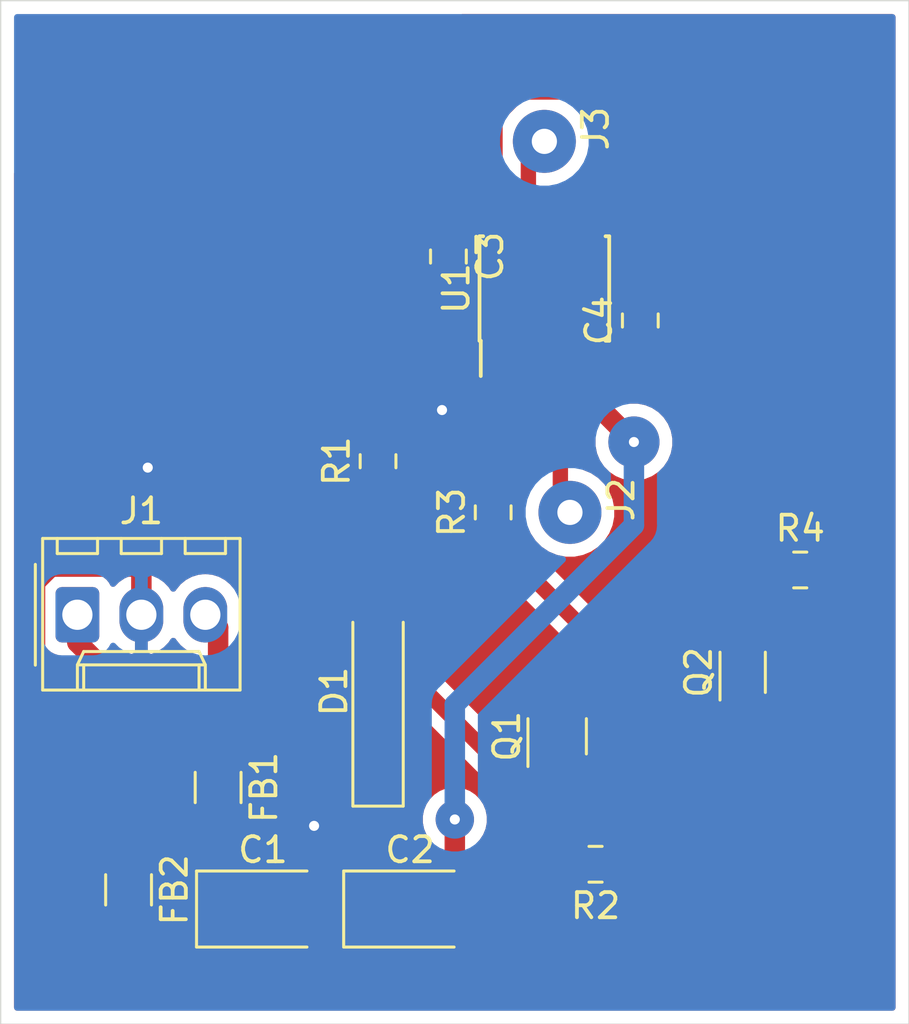
<source format=kicad_pcb>
(kicad_pcb (version 20171130) (host pcbnew 5.1.6-c6e7f7d~87~ubuntu18.04.1)

  (general
    (thickness 1.6)
    (drawings 5)
    (tracks 128)
    (zones 0)
    (modules 17)
    (nets 13)
  )

  (page A4)
  (layers
    (0 F.Cu signal)
    (31 B.Cu signal)
    (32 B.Adhes user)
    (33 F.Adhes user)
    (34 B.Paste user)
    (35 F.Paste user)
    (36 B.SilkS user)
    (37 F.SilkS user)
    (38 B.Mask user)
    (39 F.Mask user)
    (40 Dwgs.User user)
    (41 Cmts.User user)
    (42 Eco1.User user)
    (43 Eco2.User user)
    (44 Edge.Cuts user)
    (45 Margin user)
    (46 B.CrtYd user)
    (47 F.CrtYd user)
    (48 B.Fab user)
    (49 F.Fab user)
  )

  (setup
    (last_trace_width 0.6096)
    (trace_clearance 0.3048)
    (zone_clearance 0.508)
    (zone_45_only no)
    (trace_min 0.2)
    (via_size 1.524)
    (via_drill 0.4)
    (via_min_size 0.4)
    (via_min_drill 0.3)
    (uvia_size 0.3)
    (uvia_drill 0.1)
    (uvias_allowed no)
    (uvia_min_size 0.2)
    (uvia_min_drill 0.1)
    (edge_width 0.05)
    (segment_width 0.2)
    (pcb_text_width 0.3)
    (pcb_text_size 1.5 1.5)
    (mod_edge_width 0.12)
    (mod_text_size 1 1)
    (mod_text_width 0.15)
    (pad_size 1.524 1.524)
    (pad_drill 0.762)
    (pad_to_mask_clearance 0.051)
    (solder_mask_min_width 0.25)
    (aux_axis_origin 0 0)
    (visible_elements FFFFFF7F)
    (pcbplotparams
      (layerselection 0x00000_ffffffff)
      (usegerberextensions false)
      (usegerberattributes false)
      (usegerberadvancedattributes false)
      (creategerberjobfile false)
      (excludeedgelayer true)
      (linewidth 0.100000)
      (plotframeref false)
      (viasonmask false)
      (mode 1)
      (useauxorigin false)
      (hpglpennumber 1)
      (hpglpenspeed 20)
      (hpglpendiameter 15.000000)
      (psnegative false)
      (psa4output false)
      (plotreference true)
      (plotvalue true)
      (plotinvisibletext false)
      (padsonsilk false)
      (subtractmaskfromsilk false)
      (outputformat 5)
      (mirror false)
      (drillshape 0)
      (scaleselection 1)
      (outputdirectory "./"))
  )

  (net 0 "")
  (net 1 GND)
  (net 2 +5V)
  (net 3 -5V)
  (net 4 "Net-(D1-Pad2)")
  (net 5 "Net-(FB1-Pad1)")
  (net 6 "Net-(FB2-Pad1)")
  (net 7 "Net-(J2-Pad1)")
  (net 8 "Net-(J3-Pad1)")
  (net 9 "Net-(Q1-Pad2)")
  (net 10 "Net-(Q1-Pad4)")
  (net 11 "Net-(Q2-Pad2)")
  (net 12 "Net-(R3-Pad2)")

  (net_class Default "This is the default net class."
    (clearance 0.3048)
    (trace_width 0.6096)
    (via_dia 1.524)
    (via_drill 0.4)
    (uvia_dia 0.3)
    (uvia_drill 0.1)
    (add_net "Net-(D1-Pad2)")
    (add_net "Net-(J2-Pad1)")
    (add_net "Net-(J3-Pad1)")
    (add_net "Net-(Q1-Pad2)")
    (add_net "Net-(Q1-Pad4)")
    (add_net "Net-(Q2-Pad2)")
    (add_net "Net-(R3-Pad2)")
  )

  (net_class Power ""
    (clearance 0.4064)
    (trace_width 0.8128)
    (via_dia 1.524)
    (via_drill 0.4)
    (uvia_dia 0.3)
    (uvia_drill 0.1)
    (add_net +5V)
    (add_net -5V)
    (add_net GND)
    (add_net "Net-(FB1-Pad1)")
    (add_net "Net-(FB2-Pad1)")
  )

  (module synkie_footprints:L_1206_3216Metric_Pad1.42x1.75mm_HandSolder (layer F.Cu) (tedit 5B301BBE) (tstamp 5F3C3583)
    (at 30.48 60.706 270)
    (descr "Capacitor SMD 1206 (3216 Metric), square (rectangular) end terminal, IPC_7351 nominal with elongated pad for handsoldering. (Body size source: http://www.tortai-tech.com/upload/download/2011102023233369053.pdf), generated with kicad-footprint-generator")
    (tags "inductor handsolder")
    (path /5DCAD10D)
    (attr smd)
    (fp_text reference FB2 (at 0 -1.82 90) (layer F.SilkS)
      (effects (font (size 1 1) (thickness 0.15)))
    )
    (fp_text value 330u (at 0 1.82 90) (layer F.Fab)
      (effects (font (size 1 1) (thickness 0.15)))
    )
    (fp_text user %R (at 0 0 90) (layer F.Fab)
      (effects (font (size 0.8 0.8) (thickness 0.12)))
    )
    (fp_line (start -1.6 0.8) (end -1.6 -0.8) (layer F.Fab) (width 0.1))
    (fp_line (start -1.6 -0.8) (end 1.6 -0.8) (layer F.Fab) (width 0.1))
    (fp_line (start 1.6 -0.8) (end 1.6 0.8) (layer F.Fab) (width 0.1))
    (fp_line (start 1.6 0.8) (end -1.6 0.8) (layer F.Fab) (width 0.1))
    (fp_line (start -0.602064 -0.91) (end 0.602064 -0.91) (layer F.SilkS) (width 0.12))
    (fp_line (start -0.602064 0.91) (end 0.602064 0.91) (layer F.SilkS) (width 0.12))
    (fp_line (start -2.45 1.12) (end -2.45 -1.12) (layer F.CrtYd) (width 0.05))
    (fp_line (start -2.45 -1.12) (end 2.45 -1.12) (layer F.CrtYd) (width 0.05))
    (fp_line (start 2.45 -1.12) (end 2.45 1.12) (layer F.CrtYd) (width 0.05))
    (fp_line (start 2.45 1.12) (end -2.45 1.12) (layer F.CrtYd) (width 0.05))
    (pad 2 smd roundrect (at 1.4875 0 270) (size 1.425 1.75) (layers F.Cu F.Paste F.Mask) (roundrect_rratio 0.175439)
      (net 3 -5V))
    (pad 1 smd roundrect (at -1.4875 0 270) (size 1.425 1.75) (layers F.Cu F.Paste F.Mask) (roundrect_rratio 0.175439)
      (net 6 "Net-(FB2-Pad1)"))
    (model ${KISYS3DMOD}/Inductor_SMD.3dshapes/L_1206_3216Metric.wrl
      (at (xyz 0 0 0))
      (scale (xyz 1 1 1))
      (rotate (xyz 0 0 0))
    )
  )

  (module synkie_footprints:SOIC-8_3.9x4.9mm_P1.27mm (layer F.Cu) (tedit 5A02F2D3) (tstamp 5F3C7C96)
    (at 46.99 36.83 90)
    (descr "8-Lead Plastic Small Outline (SN) - Narrow, 3.90 mm Body [SOIC] (see Microchip Packaging Specification 00000049BS.pdf)")
    (tags "SOIC 1.27")
    (path /5F3C76DF)
    (attr smd)
    (fp_text reference U1 (at 0 -3.5 90) (layer F.SilkS)
      (effects (font (size 1 1) (thickness 0.15)))
    )
    (fp_text value lmh6643 (at 0 3.5 90) (layer F.Fab)
      (effects (font (size 1 1) (thickness 0.15)))
    )
    (fp_text user %R (at 0 0 90) (layer F.Fab)
      (effects (font (size 1 1) (thickness 0.15)))
    )
    (fp_line (start -0.95 -2.45) (end 1.95 -2.45) (layer F.Fab) (width 0.1))
    (fp_line (start 1.95 -2.45) (end 1.95 2.45) (layer F.Fab) (width 0.1))
    (fp_line (start 1.95 2.45) (end -1.95 2.45) (layer F.Fab) (width 0.1))
    (fp_line (start -1.95 2.45) (end -1.95 -1.45) (layer F.Fab) (width 0.1))
    (fp_line (start -1.95 -1.45) (end -0.95 -2.45) (layer F.Fab) (width 0.1))
    (fp_line (start -3.73 -2.7) (end -3.73 2.7) (layer F.CrtYd) (width 0.05))
    (fp_line (start 3.73 -2.7) (end 3.73 2.7) (layer F.CrtYd) (width 0.05))
    (fp_line (start -3.73 -2.7) (end 3.73 -2.7) (layer F.CrtYd) (width 0.05))
    (fp_line (start -3.73 2.7) (end 3.73 2.7) (layer F.CrtYd) (width 0.05))
    (fp_line (start -2.075 -2.575) (end -2.075 -2.525) (layer F.SilkS) (width 0.15))
    (fp_line (start 2.075 -2.575) (end 2.075 -2.43) (layer F.SilkS) (width 0.15))
    (fp_line (start 2.075 2.575) (end 2.075 2.43) (layer F.SilkS) (width 0.15))
    (fp_line (start -2.075 2.575) (end -2.075 2.43) (layer F.SilkS) (width 0.15))
    (fp_line (start -2.075 -2.575) (end 2.075 -2.575) (layer F.SilkS) (width 0.15))
    (fp_line (start -2.075 2.575) (end 2.075 2.575) (layer F.SilkS) (width 0.15))
    (fp_line (start -2.075 -2.525) (end -3.475 -2.525) (layer F.SilkS) (width 0.15))
    (pad 8 smd rect (at 2.7 -1.905 90) (size 1.55 0.6) (layers F.Cu F.Paste F.Mask)
      (net 2 +5V))
    (pad 7 smd rect (at 2.7 -0.635 90) (size 1.55 0.6) (layers F.Cu F.Paste F.Mask)
      (net 8 "Net-(J3-Pad1)"))
    (pad 6 smd rect (at 2.7 0.635 90) (size 1.55 0.6) (layers F.Cu F.Paste F.Mask)
      (net 8 "Net-(J3-Pad1)"))
    (pad 5 smd rect (at 2.7 1.905 90) (size 1.55 0.6) (layers F.Cu F.Paste F.Mask)
      (net 10 "Net-(Q1-Pad4)"))
    (pad 4 smd rect (at -2.7 1.905 90) (size 1.55 0.6) (layers F.Cu F.Paste F.Mask)
      (net 3 -5V))
    (pad 3 smd rect (at -2.7 0.635 90) (size 1.55 0.6) (layers F.Cu F.Paste F.Mask)
      (net 7 "Net-(J2-Pad1)"))
    (pad 2 smd rect (at -2.7 -0.635 90) (size 1.55 0.6) (layers F.Cu F.Paste F.Mask)
      (net 12 "Net-(R3-Pad2)"))
    (pad 1 smd rect (at -2.7 -1.905 90) (size 1.55 0.6) (layers F.Cu F.Paste F.Mask)
      (net 12 "Net-(R3-Pad2)"))
    (model ${KISYS3DMOD}/Package_SO.3dshapes/SOIC-8_3.9x4.9mm_P1.27mm.wrl
      (at (xyz 0 0 0))
      (scale (xyz 1 1 1))
      (rotate (xyz 0 0 0))
    )
  )

  (module synkie_footprints:R_0805_2012Metric_Pad1.15x1.40mm_HandSolder (layer F.Cu) (tedit 5B36C52B) (tstamp 5F3C7C79)
    (at 57.15 48.006)
    (descr "Resistor SMD 0805 (2012 Metric), square (rectangular) end terminal, IPC_7351 nominal with elongated pad for handsoldering. (Body size source: https://docs.google.com/spreadsheets/d/1BsfQQcO9C6DZCsRaXUlFlo91Tg2WpOkGARC1WS5S8t0/edit?usp=sharing), generated with kicad-footprint-generator")
    (tags "resistor handsolder")
    (path /5F3E2990)
    (attr smd)
    (fp_text reference R4 (at 0 -1.65) (layer F.SilkS)
      (effects (font (size 1 1) (thickness 0.15)))
    )
    (fp_text value 4k7 (at 0 1.65) (layer F.Fab)
      (effects (font (size 1 1) (thickness 0.15)))
    )
    (fp_text user %R (at 0 0) (layer F.Fab)
      (effects (font (size 0.5 0.5) (thickness 0.08)))
    )
    (fp_line (start -1 0.6) (end -1 -0.6) (layer F.Fab) (width 0.1))
    (fp_line (start -1 -0.6) (end 1 -0.6) (layer F.Fab) (width 0.1))
    (fp_line (start 1 -0.6) (end 1 0.6) (layer F.Fab) (width 0.1))
    (fp_line (start 1 0.6) (end -1 0.6) (layer F.Fab) (width 0.1))
    (fp_line (start -0.261252 -0.71) (end 0.261252 -0.71) (layer F.SilkS) (width 0.12))
    (fp_line (start -0.261252 0.71) (end 0.261252 0.71) (layer F.SilkS) (width 0.12))
    (fp_line (start -1.85 0.95) (end -1.85 -0.95) (layer F.CrtYd) (width 0.05))
    (fp_line (start -1.85 -0.95) (end 1.85 -0.95) (layer F.CrtYd) (width 0.05))
    (fp_line (start 1.85 -0.95) (end 1.85 0.95) (layer F.CrtYd) (width 0.05))
    (fp_line (start 1.85 0.95) (end -1.85 0.95) (layer F.CrtYd) (width 0.05))
    (pad 2 smd roundrect (at 1.025 0) (size 1.15 1.4) (layers F.Cu F.Paste F.Mask) (roundrect_rratio 0.217391)
      (net 11 "Net-(Q2-Pad2)"))
    (pad 1 smd roundrect (at -1.025 0) (size 1.15 1.4) (layers F.Cu F.Paste F.Mask) (roundrect_rratio 0.217391)
      (net 2 +5V))
    (model ${KISYS3DMOD}/Resistor_SMD.3dshapes/R_0805_2012Metric.wrl
      (at (xyz 0 0 0))
      (scale (xyz 1 1 1))
      (rotate (xyz 0 0 0))
    )
  )

  (module synkie_footprints:R_0805_2012Metric_Pad1.15x1.40mm_HandSolder (layer F.Cu) (tedit 5B36C52B) (tstamp 5F3C7C68)
    (at 44.958 45.72 90)
    (descr "Resistor SMD 0805 (2012 Metric), square (rectangular) end terminal, IPC_7351 nominal with elongated pad for handsoldering. (Body size source: https://docs.google.com/spreadsheets/d/1BsfQQcO9C6DZCsRaXUlFlo91Tg2WpOkGARC1WS5S8t0/edit?usp=sharing), generated with kicad-footprint-generator")
    (tags "resistor handsolder")
    (path /5F3E73A4)
    (attr smd)
    (fp_text reference R3 (at 0 -1.65 90) (layer F.SilkS)
      (effects (font (size 1 1) (thickness 0.15)))
    )
    (fp_text value 330 (at 0 1.65 90) (layer F.Fab)
      (effects (font (size 1 1) (thickness 0.15)))
    )
    (fp_text user %R (at 0 0 90) (layer F.Fab)
      (effects (font (size 0.5 0.5) (thickness 0.08)))
    )
    (fp_line (start -1 0.6) (end -1 -0.6) (layer F.Fab) (width 0.1))
    (fp_line (start -1 -0.6) (end 1 -0.6) (layer F.Fab) (width 0.1))
    (fp_line (start 1 -0.6) (end 1 0.6) (layer F.Fab) (width 0.1))
    (fp_line (start 1 0.6) (end -1 0.6) (layer F.Fab) (width 0.1))
    (fp_line (start -0.261252 -0.71) (end 0.261252 -0.71) (layer F.SilkS) (width 0.12))
    (fp_line (start -0.261252 0.71) (end 0.261252 0.71) (layer F.SilkS) (width 0.12))
    (fp_line (start -1.85 0.95) (end -1.85 -0.95) (layer F.CrtYd) (width 0.05))
    (fp_line (start -1.85 -0.95) (end 1.85 -0.95) (layer F.CrtYd) (width 0.05))
    (fp_line (start 1.85 -0.95) (end 1.85 0.95) (layer F.CrtYd) (width 0.05))
    (fp_line (start 1.85 0.95) (end -1.85 0.95) (layer F.CrtYd) (width 0.05))
    (pad 2 smd roundrect (at 1.025 0 90) (size 1.15 1.4) (layers F.Cu F.Paste F.Mask) (roundrect_rratio 0.217391)
      (net 12 "Net-(R3-Pad2)"))
    (pad 1 smd roundrect (at -1.025 0 90) (size 1.15 1.4) (layers F.Cu F.Paste F.Mask) (roundrect_rratio 0.217391)
      (net 10 "Net-(Q1-Pad4)"))
    (model ${KISYS3DMOD}/Resistor_SMD.3dshapes/R_0805_2012Metric.wrl
      (at (xyz 0 0 0))
      (scale (xyz 1 1 1))
      (rotate (xyz 0 0 0))
    )
  )

  (module synkie_footprints:R_0805_2012Metric_Pad1.15x1.40mm_HandSolder (layer F.Cu) (tedit 5B36C52B) (tstamp 5F3C7C57)
    (at 49.022 59.69 180)
    (descr "Resistor SMD 0805 (2012 Metric), square (rectangular) end terminal, IPC_7351 nominal with elongated pad for handsoldering. (Body size source: https://docs.google.com/spreadsheets/d/1BsfQQcO9C6DZCsRaXUlFlo91Tg2WpOkGARC1WS5S8t0/edit?usp=sharing), generated with kicad-footprint-generator")
    (tags "resistor handsolder")
    (path /5F41B095)
    (attr smd)
    (fp_text reference R2 (at 0 -1.65) (layer F.SilkS)
      (effects (font (size 1 1) (thickness 0.15)))
    )
    (fp_text value 5k6 (at 0 1.65) (layer F.Fab)
      (effects (font (size 1 1) (thickness 0.15)))
    )
    (fp_text user %R (at 0 0) (layer F.Fab)
      (effects (font (size 0.5 0.5) (thickness 0.08)))
    )
    (fp_line (start -1 0.6) (end -1 -0.6) (layer F.Fab) (width 0.1))
    (fp_line (start -1 -0.6) (end 1 -0.6) (layer F.Fab) (width 0.1))
    (fp_line (start 1 -0.6) (end 1 0.6) (layer F.Fab) (width 0.1))
    (fp_line (start 1 0.6) (end -1 0.6) (layer F.Fab) (width 0.1))
    (fp_line (start -0.261252 -0.71) (end 0.261252 -0.71) (layer F.SilkS) (width 0.12))
    (fp_line (start -0.261252 0.71) (end 0.261252 0.71) (layer F.SilkS) (width 0.12))
    (fp_line (start -1.85 0.95) (end -1.85 -0.95) (layer F.CrtYd) (width 0.05))
    (fp_line (start -1.85 -0.95) (end 1.85 -0.95) (layer F.CrtYd) (width 0.05))
    (fp_line (start 1.85 -0.95) (end 1.85 0.95) (layer F.CrtYd) (width 0.05))
    (fp_line (start 1.85 0.95) (end -1.85 0.95) (layer F.CrtYd) (width 0.05))
    (pad 2 smd roundrect (at 1.025 0 180) (size 1.15 1.4) (layers F.Cu F.Paste F.Mask) (roundrect_rratio 0.217391)
      (net 9 "Net-(Q1-Pad2)"))
    (pad 1 smd roundrect (at -1.025 0 180) (size 1.15 1.4) (layers F.Cu F.Paste F.Mask) (roundrect_rratio 0.217391)
      (net 3 -5V))
    (model ${KISYS3DMOD}/Resistor_SMD.3dshapes/R_0805_2012Metric.wrl
      (at (xyz 0 0 0))
      (scale (xyz 1 1 1))
      (rotate (xyz 0 0 0))
    )
  )

  (module synkie_footprints:R_0805_2012Metric_Pad1.15x1.40mm_HandSolder (layer F.Cu) (tedit 5B36C52B) (tstamp 5F3C4880)
    (at 40.386 43.688 90)
    (descr "Resistor SMD 0805 (2012 Metric), square (rectangular) end terminal, IPC_7351 nominal with elongated pad for handsoldering. (Body size source: https://docs.google.com/spreadsheets/d/1BsfQQcO9C6DZCsRaXUlFlo91Tg2WpOkGARC1WS5S8t0/edit?usp=sharing), generated with kicad-footprint-generator")
    (tags "resistor handsolder")
    (path /5F410A07)
    (attr smd)
    (fp_text reference R1 (at 0 -1.65 90) (layer F.SilkS)
      (effects (font (size 1 1) (thickness 0.15)))
    )
    (fp_text value 120 (at 0 1.65 90) (layer F.Fab)
      (effects (font (size 1 1) (thickness 0.15)))
    )
    (fp_text user %R (at 0 0 90) (layer F.Fab)
      (effects (font (size 0.5 0.5) (thickness 0.08)))
    )
    (fp_line (start -1 0.6) (end -1 -0.6) (layer F.Fab) (width 0.1))
    (fp_line (start -1 -0.6) (end 1 -0.6) (layer F.Fab) (width 0.1))
    (fp_line (start 1 -0.6) (end 1 0.6) (layer F.Fab) (width 0.1))
    (fp_line (start 1 0.6) (end -1 0.6) (layer F.Fab) (width 0.1))
    (fp_line (start -0.261252 -0.71) (end 0.261252 -0.71) (layer F.SilkS) (width 0.12))
    (fp_line (start -0.261252 0.71) (end 0.261252 0.71) (layer F.SilkS) (width 0.12))
    (fp_line (start -1.85 0.95) (end -1.85 -0.95) (layer F.CrtYd) (width 0.05))
    (fp_line (start -1.85 -0.95) (end 1.85 -0.95) (layer F.CrtYd) (width 0.05))
    (fp_line (start 1.85 -0.95) (end 1.85 0.95) (layer F.CrtYd) (width 0.05))
    (fp_line (start 1.85 0.95) (end -1.85 0.95) (layer F.CrtYd) (width 0.05))
    (pad 2 smd roundrect (at 1.025 0 90) (size 1.15 1.4) (layers F.Cu F.Paste F.Mask) (roundrect_rratio 0.217391)
      (net 2 +5V))
    (pad 1 smd roundrect (at -1.025 0 90) (size 1.15 1.4) (layers F.Cu F.Paste F.Mask) (roundrect_rratio 0.217391)
      (net 4 "Net-(D1-Pad2)"))
    (model ${KISYS3DMOD}/Resistor_SMD.3dshapes/R_0805_2012Metric.wrl
      (at (xyz 0 0 0))
      (scale (xyz 1 1 1))
      (rotate (xyz 0 0 0))
    )
  )

  (module synkie_footprints:SOT-666 (layer F.Cu) (tedit 5F3C4B20) (tstamp 5F3C4A8F)
    (at 54.864 52.07 90)
    (descr SOT666)
    (tags SOT-666)
    (path /5F3D8FC7)
    (attr smd)
    (fp_text reference Q2 (at 0 -1.75 90) (layer F.SilkS)
      (effects (font (size 1 1) (thickness 0.15)))
    )
    (fp_text value PEMX1 (at 0 1.75 270) (layer F.Fab)
      (effects (font (size 1 1) (thickness 0.15)))
    )
    (fp_text user %R (at 0 0) (layer F.Fab)
      (effects (font (size 0.5 0.5) (thickness 0.075)))
    )
    (fp_line (start 1.5 1.1) (end 1.5 -1.1) (layer F.CrtYd) (width 0.05))
    (fp_line (start -1.5 -1.1) (end -1.5 1.1) (layer F.CrtYd) (width 0.05))
    (fp_line (start 0.65 0.85) (end -0.65 0.85) (layer F.Fab) (width 0.1))
    (fp_line (start 0.65 -0.85) (end 0.65 0.85) (layer F.Fab) (width 0.1))
    (fp_line (start -1.5 1.1) (end 1.5 1.1) (layer F.CrtYd) (width 0.05))
    (fp_line (start -0.65 -0.53) (end -0.65 0.85) (layer F.Fab) (width 0.1))
    (fp_line (start 0.65 -0.85) (end -0.33 -0.85) (layer F.Fab) (width 0.1))
    (fp_line (start -1.5 -1.1) (end 1.5 -1.1) (layer F.CrtYd) (width 0.05))
    (fp_line (start -0.8 0.9) (end 0.8 0.9) (layer F.SilkS) (width 0.12))
    (fp_line (start 0.8 -0.9) (end -1.1 -0.9) (layer F.SilkS) (width 0.12))
    (fp_line (start -0.65 -0.53) (end -0.33 -0.85) (layer F.Fab) (width 0.1))
    (pad 6 smd rect (at 0.85 -0.5375 90) (size 1 0.375) (layers F.Cu F.Paste F.Mask)
      (net 2 +5V))
    (pad 4 smd rect (at 0.85 0.5375 90) (size 1 0.375) (layers F.Cu F.Paste F.Mask)
      (net 1 GND))
    (pad 2 smd rect (at -0.925 0 90) (size 1.1 0.3) (layers F.Cu F.Paste F.Mask)
      (net 11 "Net-(Q2-Pad2)"))
    (pad 5 smd rect (at 0.925 0 90) (size 1.1 0.3) (layers F.Cu F.Paste F.Mask)
      (net 11 "Net-(Q2-Pad2)"))
    (pad 3 smd rect (at -0.85 0.5375 90) (size 1 0.375) (layers F.Cu F.Paste F.Mask)
      (net 11 "Net-(Q2-Pad2)"))
    (pad 1 smd rect (at -0.85 -0.5375 90) (size 1 0.375) (layers F.Cu F.Paste F.Mask)
      (net 10 "Net-(Q1-Pad4)"))
    (model ${KISYS3DMOD}/Package_TO_SOT_SMD.3dshapes/SOT-666.wrl
      (at (xyz 0 0 0))
      (scale (xyz 1 1 1))
      (rotate (xyz 0 0 0))
    )
  )

  (module synkie_footprints:SOT-363_SC-70-6_Handsoldering (layer F.Cu) (tedit 5A02FF57) (tstamp 5F3C7C1F)
    (at 47.498 54.61 90)
    (descr "SOT-363, SC-70-6, Handsoldering")
    (tags "SOT-363 SC-70-6 Handsoldering")
    (path /5F3F8435)
    (attr smd)
    (fp_text reference Q1 (at 0 -2 90) (layer F.SilkS)
      (effects (font (size 1 1) (thickness 0.15)))
    )
    (fp_text value PMBT3906YS (at 0 2 270) (layer F.Fab)
      (effects (font (size 1 1) (thickness 0.15)))
    )
    (fp_text user %R (at 0 0) (layer F.Fab)
      (effects (font (size 0.5 0.5) (thickness 0.075)))
    )
    (fp_line (start -0.175 -1.1) (end -0.675 -0.6) (layer F.Fab) (width 0.1))
    (fp_line (start 0.675 1.1) (end -0.675 1.1) (layer F.Fab) (width 0.1))
    (fp_line (start 0.675 -1.1) (end 0.675 1.1) (layer F.Fab) (width 0.1))
    (fp_line (start -0.675 -0.6) (end -0.675 1.1) (layer F.Fab) (width 0.1))
    (fp_line (start 0.675 -1.1) (end -0.175 -1.1) (layer F.Fab) (width 0.1))
    (fp_line (start -2.4 -1.4) (end 2.4 -1.4) (layer F.CrtYd) (width 0.05))
    (fp_line (start -2.4 -1.4) (end -2.4 1.4) (layer F.CrtYd) (width 0.05))
    (fp_line (start 2.4 1.4) (end 2.4 -1.4) (layer F.CrtYd) (width 0.05))
    (fp_line (start -0.7 1.16) (end 0.7 1.16) (layer F.SilkS) (width 0.12))
    (fp_line (start 0.7 -1.16) (end -1.2 -1.16) (layer F.SilkS) (width 0.12))
    (fp_line (start -2.4 1.4) (end 2.4 1.4) (layer F.CrtYd) (width 0.05))
    (pad 1 smd rect (at -1.33 -0.65 90) (size 1.5 0.4) (layers F.Cu F.Paste F.Mask)
      (net 4 "Net-(D1-Pad2)"))
    (pad 2 smd rect (at -1.33 0 90) (size 1.5 0.4) (layers F.Cu F.Paste F.Mask)
      (net 9 "Net-(Q1-Pad2)"))
    (pad 3 smd rect (at -1.33 0.65 90) (size 1.5 0.4) (layers F.Cu F.Paste F.Mask)
      (net 3 -5V))
    (pad 4 smd rect (at 1.33 0.65 90) (size 1.5 0.4) (layers F.Cu F.Paste F.Mask)
      (net 10 "Net-(Q1-Pad4)"))
    (pad 5 smd rect (at 1.33 0 90) (size 1.5 0.4) (layers F.Cu F.Paste F.Mask)
      (net 9 "Net-(Q1-Pad2)"))
    (pad 6 smd rect (at 1.33 -0.65 90) (size 1.5 0.4) (layers F.Cu F.Paste F.Mask)
      (net 9 "Net-(Q1-Pad2)"))
    (model ${KISYS3DMOD}/Package_TO_SOT_SMD.3dshapes/SOT-363_SC-70-6.wrl
      (at (xyz 0 0 0))
      (scale (xyz 1 1 1))
      (rotate (xyz 0 0 0))
    )
  )

  (module synkie_footprints:Solderpad_1mm (layer F.Cu) (tedit 5C6B1640) (tstamp 5F3C7C09)
    (at 47.244 30.48 90)
    (path /5F4376FB)
    (fp_text reference J3 (at 0 1.778 90) (layer F.SilkS)
      (effects (font (size 1 1) (thickness 0.15)))
    )
    (fp_text value Conn_01x01 (at 0 -2.032 90) (layer F.Fab)
      (effects (font (size 1 1) (thickness 0.15)))
    )
    (pad 1 thru_hole circle (at -0.508 -0.254 90) (size 2.5 2.5) (drill 1) (layers *.Cu *.Mask)
      (net 8 "Net-(J3-Pad1)"))
  )

  (module synkie_footprints:Solderpad_1mm (layer F.Cu) (tedit 5C6B1640) (tstamp 5F3C7C04)
    (at 48.26 45.212 90)
    (path /5F437181)
    (fp_text reference J2 (at 0 1.778 90) (layer F.SilkS)
      (effects (font (size 1 1) (thickness 0.15)))
    )
    (fp_text value Conn_01x01 (at 0 -2.032 90) (layer F.Fab)
      (effects (font (size 1 1) (thickness 0.15)))
    )
    (pad 1 thru_hole circle (at -0.508 -0.254 90) (size 2.5 2.5) (drill 1) (layers *.Cu *.Mask)
      (net 7 "Net-(J2-Pad1)"))
  )

  (module synkie_footprints:Molex_KK-254_AE-6410-03A_1x03_P2.54mm_Vertical (layer F.Cu) (tedit 5B78013E) (tstamp 5F3C35CA)
    (at 28.448 49.784)
    (descr "Molex KK-254 Interconnect System, old/engineering part number: AE-6410-03A example for new part number: 22-27-2031, 3 Pins (http://www.molex.com/pdm_docs/sd/022272021_sd.pdf), generated with kicad-footprint-generator")
    (tags "connector Molex KK-254 side entry")
    (path /5DCAB59D)
    (fp_text reference J1 (at 2.54 -4.12) (layer F.SilkS)
      (effects (font (size 1 1) (thickness 0.15)))
    )
    (fp_text value Power (at 2.54 4.08) (layer F.Fab)
      (effects (font (size 1 1) (thickness 0.15)))
    )
    (fp_text user %R (at 2.54 -2.22) (layer F.Fab)
      (effects (font (size 1 1) (thickness 0.15)))
    )
    (fp_line (start -1.27 -2.92) (end -1.27 2.88) (layer F.Fab) (width 0.1))
    (fp_line (start -1.27 2.88) (end 6.35 2.88) (layer F.Fab) (width 0.1))
    (fp_line (start 6.35 2.88) (end 6.35 -2.92) (layer F.Fab) (width 0.1))
    (fp_line (start 6.35 -2.92) (end -1.27 -2.92) (layer F.Fab) (width 0.1))
    (fp_line (start -1.38 -3.03) (end -1.38 2.99) (layer F.SilkS) (width 0.12))
    (fp_line (start -1.38 2.99) (end 6.46 2.99) (layer F.SilkS) (width 0.12))
    (fp_line (start 6.46 2.99) (end 6.46 -3.03) (layer F.SilkS) (width 0.12))
    (fp_line (start 6.46 -3.03) (end -1.38 -3.03) (layer F.SilkS) (width 0.12))
    (fp_line (start -1.67 -2) (end -1.67 2) (layer F.SilkS) (width 0.12))
    (fp_line (start -1.27 -0.5) (end -0.562893 0) (layer F.Fab) (width 0.1))
    (fp_line (start -0.562893 0) (end -1.27 0.5) (layer F.Fab) (width 0.1))
    (fp_line (start 0 2.99) (end 0 1.99) (layer F.SilkS) (width 0.12))
    (fp_line (start 0 1.99) (end 5.08 1.99) (layer F.SilkS) (width 0.12))
    (fp_line (start 5.08 1.99) (end 5.08 2.99) (layer F.SilkS) (width 0.12))
    (fp_line (start 0 1.99) (end 0.25 1.46) (layer F.SilkS) (width 0.12))
    (fp_line (start 0.25 1.46) (end 4.83 1.46) (layer F.SilkS) (width 0.12))
    (fp_line (start 4.83 1.46) (end 5.08 1.99) (layer F.SilkS) (width 0.12))
    (fp_line (start 0.25 2.99) (end 0.25 1.99) (layer F.SilkS) (width 0.12))
    (fp_line (start 4.83 2.99) (end 4.83 1.99) (layer F.SilkS) (width 0.12))
    (fp_line (start -0.8 -3.03) (end -0.8 -2.43) (layer F.SilkS) (width 0.12))
    (fp_line (start -0.8 -2.43) (end 0.8 -2.43) (layer F.SilkS) (width 0.12))
    (fp_line (start 0.8 -2.43) (end 0.8 -3.03) (layer F.SilkS) (width 0.12))
    (fp_line (start 1.74 -3.03) (end 1.74 -2.43) (layer F.SilkS) (width 0.12))
    (fp_line (start 1.74 -2.43) (end 3.34 -2.43) (layer F.SilkS) (width 0.12))
    (fp_line (start 3.34 -2.43) (end 3.34 -3.03) (layer F.SilkS) (width 0.12))
    (fp_line (start 4.28 -3.03) (end 4.28 -2.43) (layer F.SilkS) (width 0.12))
    (fp_line (start 4.28 -2.43) (end 5.88 -2.43) (layer F.SilkS) (width 0.12))
    (fp_line (start 5.88 -2.43) (end 5.88 -3.03) (layer F.SilkS) (width 0.12))
    (fp_line (start -1.77 -3.42) (end -1.77 3.38) (layer F.CrtYd) (width 0.05))
    (fp_line (start -1.77 3.38) (end 6.85 3.38) (layer F.CrtYd) (width 0.05))
    (fp_line (start 6.85 3.38) (end 6.85 -3.42) (layer F.CrtYd) (width 0.05))
    (fp_line (start 6.85 -3.42) (end -1.77 -3.42) (layer F.CrtYd) (width 0.05))
    (pad 3 thru_hole oval (at 5.08 0) (size 1.74 2.2) (drill 1.2) (layers *.Cu *.Mask)
      (net 5 "Net-(FB1-Pad1)"))
    (pad 2 thru_hole oval (at 2.54 0) (size 1.74 2.2) (drill 1.2) (layers *.Cu *.Mask)
      (net 1 GND))
    (pad 1 thru_hole roundrect (at 0 0) (size 1.74 2.2) (drill 1.2) (layers *.Cu *.Mask) (roundrect_rratio 0.143678)
      (net 6 "Net-(FB2-Pad1)"))
    (model ${KISYS3DMOD}/Connector_Molex.3dshapes/Molex_KK-254_AE-6410-03A_1x03_P2.54mm_Vertical.wrl
      (at (xyz 0 0 0))
      (scale (xyz 1 1 1))
      (rotate (xyz 0 0 0))
    )
  )

  (module synkie_footprints:L_1206_3216Metric_Pad1.42x1.75mm_HandSolder (layer F.Cu) (tedit 5B301BBE) (tstamp 5F3C362B)
    (at 34.036 56.642 270)
    (descr "Capacitor SMD 1206 (3216 Metric), square (rectangular) end terminal, IPC_7351 nominal with elongated pad for handsoldering. (Body size source: http://www.tortai-tech.com/upload/download/2011102023233369053.pdf), generated with kicad-footprint-generator")
    (tags "inductor handsolder")
    (path /5DCAC6DA)
    (attr smd)
    (fp_text reference FB1 (at 0 -1.82 90) (layer F.SilkS)
      (effects (font (size 1 1) (thickness 0.15)))
    )
    (fp_text value 330u (at 0 1.82 90) (layer F.Fab)
      (effects (font (size 1 1) (thickness 0.15)))
    )
    (fp_text user %R (at 0 0 90) (layer F.Fab)
      (effects (font (size 0.8 0.8) (thickness 0.12)))
    )
    (fp_line (start -1.6 0.8) (end -1.6 -0.8) (layer F.Fab) (width 0.1))
    (fp_line (start -1.6 -0.8) (end 1.6 -0.8) (layer F.Fab) (width 0.1))
    (fp_line (start 1.6 -0.8) (end 1.6 0.8) (layer F.Fab) (width 0.1))
    (fp_line (start 1.6 0.8) (end -1.6 0.8) (layer F.Fab) (width 0.1))
    (fp_line (start -0.602064 -0.91) (end 0.602064 -0.91) (layer F.SilkS) (width 0.12))
    (fp_line (start -0.602064 0.91) (end 0.602064 0.91) (layer F.SilkS) (width 0.12))
    (fp_line (start -2.45 1.12) (end -2.45 -1.12) (layer F.CrtYd) (width 0.05))
    (fp_line (start -2.45 -1.12) (end 2.45 -1.12) (layer F.CrtYd) (width 0.05))
    (fp_line (start 2.45 -1.12) (end 2.45 1.12) (layer F.CrtYd) (width 0.05))
    (fp_line (start 2.45 1.12) (end -2.45 1.12) (layer F.CrtYd) (width 0.05))
    (pad 2 smd roundrect (at 1.4875 0 270) (size 1.425 1.75) (layers F.Cu F.Paste F.Mask) (roundrect_rratio 0.175439)
      (net 2 +5V))
    (pad 1 smd roundrect (at -1.4875 0 270) (size 1.425 1.75) (layers F.Cu F.Paste F.Mask) (roundrect_rratio 0.175439)
      (net 5 "Net-(FB1-Pad1)"))
    (model ${KISYS3DMOD}/Inductor_SMD.3dshapes/L_1206_3216Metric.wrl
      (at (xyz 0 0 0))
      (scale (xyz 1 1 1))
      (rotate (xyz 0 0 0))
    )
  )

  (module synkie_footprints:D_MiniMELF_Handsoldering (layer F.Cu) (tedit 5905D919) (tstamp 5F3C7BB5)
    (at 40.386 52.832 90)
    (descr "Diode Mini-MELF Handsoldering")
    (tags "Diode Mini-MELF Handsoldering")
    (path /5F40DC4F)
    (attr smd)
    (fp_text reference D1 (at 0 -1.75 90) (layer F.SilkS)
      (effects (font (size 1 1) (thickness 0.15)))
    )
    (fp_text value D (at 0 1.75 90) (layer F.Fab)
      (effects (font (size 1 1) (thickness 0.15)))
    )
    (fp_text user %R (at 0 -1.75 90) (layer F.Fab)
      (effects (font (size 1 1) (thickness 0.15)))
    )
    (fp_line (start 2.75 -1) (end -4.55 -1) (layer F.SilkS) (width 0.12))
    (fp_line (start -4.55 -1) (end -4.55 1) (layer F.SilkS) (width 0.12))
    (fp_line (start -4.55 1) (end 2.75 1) (layer F.SilkS) (width 0.12))
    (fp_line (start 1.65 -0.8) (end 1.65 0.8) (layer F.Fab) (width 0.1))
    (fp_line (start 1.65 0.8) (end -1.65 0.8) (layer F.Fab) (width 0.1))
    (fp_line (start -1.65 0.8) (end -1.65 -0.8) (layer F.Fab) (width 0.1))
    (fp_line (start -1.65 -0.8) (end 1.65 -0.8) (layer F.Fab) (width 0.1))
    (fp_line (start 0.25 0) (end 0.75 0) (layer F.Fab) (width 0.1))
    (fp_line (start 0.25 0.4) (end -0.35 0) (layer F.Fab) (width 0.1))
    (fp_line (start 0.25 -0.4) (end 0.25 0.4) (layer F.Fab) (width 0.1))
    (fp_line (start -0.35 0) (end 0.25 -0.4) (layer F.Fab) (width 0.1))
    (fp_line (start -0.35 0) (end -0.35 0.55) (layer F.Fab) (width 0.1))
    (fp_line (start -0.35 0) (end -0.35 -0.55) (layer F.Fab) (width 0.1))
    (fp_line (start -0.75 0) (end -0.35 0) (layer F.Fab) (width 0.1))
    (fp_line (start -4.65 -1.1) (end 4.65 -1.1) (layer F.CrtYd) (width 0.05))
    (fp_line (start 4.65 -1.1) (end 4.65 1.1) (layer F.CrtYd) (width 0.05))
    (fp_line (start 4.65 1.1) (end -4.65 1.1) (layer F.CrtYd) (width 0.05))
    (fp_line (start -4.65 1.1) (end -4.65 -1.1) (layer F.CrtYd) (width 0.05))
    (pad 2 smd rect (at 2.75 0 90) (size 3.3 1.7) (layers F.Cu F.Paste F.Mask)
      (net 4 "Net-(D1-Pad2)"))
    (pad 1 smd rect (at -2.75 0 90) (size 3.3 1.7) (layers F.Cu F.Paste F.Mask)
      (net 1 GND))
    (model ${KISYS3DMOD}/Diode_SMD.3dshapes/D_MiniMELF.wrl
      (at (xyz 0 0 0))
      (scale (xyz 1 1 1))
      (rotate (xyz 0 0 0))
    )
  )

  (module synkie_footprints:C_0805_2012Metric_Pad1.15x1.40mm_HandSolder (layer F.Cu) (tedit 5B36C52B) (tstamp 5F3C7B9C)
    (at 50.8 38.1 90)
    (descr "Capacitor SMD 0805 (2012 Metric), square (rectangular) end terminal, IPC_7351 nominal with elongated pad for handsoldering. (Body size source: https://docs.google.com/spreadsheets/d/1BsfQQcO9C6DZCsRaXUlFlo91Tg2WpOkGARC1WS5S8t0/edit?usp=sharing), generated with kicad-footprint-generator")
    (tags "capacitor handsolder")
    (path /5F44307A)
    (attr smd)
    (fp_text reference C4 (at 0 -1.65 90) (layer F.SilkS)
      (effects (font (size 1 1) (thickness 0.15)))
    )
    (fp_text value 100n (at 0 1.65 90) (layer F.Fab)
      (effects (font (size 1 1) (thickness 0.15)))
    )
    (fp_text user %R (at 0 0 90) (layer F.Fab)
      (effects (font (size 0.5 0.5) (thickness 0.08)))
    )
    (fp_line (start -1 0.6) (end -1 -0.6) (layer F.Fab) (width 0.1))
    (fp_line (start -1 -0.6) (end 1 -0.6) (layer F.Fab) (width 0.1))
    (fp_line (start 1 -0.6) (end 1 0.6) (layer F.Fab) (width 0.1))
    (fp_line (start 1 0.6) (end -1 0.6) (layer F.Fab) (width 0.1))
    (fp_line (start -0.261252 -0.71) (end 0.261252 -0.71) (layer F.SilkS) (width 0.12))
    (fp_line (start -0.261252 0.71) (end 0.261252 0.71) (layer F.SilkS) (width 0.12))
    (fp_line (start -1.85 0.95) (end -1.85 -0.95) (layer F.CrtYd) (width 0.05))
    (fp_line (start -1.85 -0.95) (end 1.85 -0.95) (layer F.CrtYd) (width 0.05))
    (fp_line (start 1.85 -0.95) (end 1.85 0.95) (layer F.CrtYd) (width 0.05))
    (fp_line (start 1.85 0.95) (end -1.85 0.95) (layer F.CrtYd) (width 0.05))
    (pad 2 smd roundrect (at 1.025 0 90) (size 1.15 1.4) (layers F.Cu F.Paste F.Mask) (roundrect_rratio 0.217391)
      (net 1 GND))
    (pad 1 smd roundrect (at -1.025 0 90) (size 1.15 1.4) (layers F.Cu F.Paste F.Mask) (roundrect_rratio 0.217391)
      (net 3 -5V))
    (model ${KISYS3DMOD}/Capacitor_SMD.3dshapes/C_0805_2012Metric.wrl
      (at (xyz 0 0 0))
      (scale (xyz 1 1 1))
      (rotate (xyz 0 0 0))
    )
  )

  (module synkie_footprints:C_0805_2012Metric_Pad1.15x1.40mm_HandSolder (layer F.Cu) (tedit 5B36C52B) (tstamp 5F3C7B8B)
    (at 43.18 35.56 270)
    (descr "Capacitor SMD 0805 (2012 Metric), square (rectangular) end terminal, IPC_7351 nominal with elongated pad for handsoldering. (Body size source: https://docs.google.com/spreadsheets/d/1BsfQQcO9C6DZCsRaXUlFlo91Tg2WpOkGARC1WS5S8t0/edit?usp=sharing), generated with kicad-footprint-generator")
    (tags "capacitor handsolder")
    (path /5F444718)
    (attr smd)
    (fp_text reference C3 (at 0 -1.65 90) (layer F.SilkS)
      (effects (font (size 1 1) (thickness 0.15)))
    )
    (fp_text value 100n (at 0 1.65 90) (layer F.Fab)
      (effects (font (size 1 1) (thickness 0.15)))
    )
    (fp_text user %R (at 0 0 90) (layer F.Fab)
      (effects (font (size 0.5 0.5) (thickness 0.08)))
    )
    (fp_line (start -1 0.6) (end -1 -0.6) (layer F.Fab) (width 0.1))
    (fp_line (start -1 -0.6) (end 1 -0.6) (layer F.Fab) (width 0.1))
    (fp_line (start 1 -0.6) (end 1 0.6) (layer F.Fab) (width 0.1))
    (fp_line (start 1 0.6) (end -1 0.6) (layer F.Fab) (width 0.1))
    (fp_line (start -0.261252 -0.71) (end 0.261252 -0.71) (layer F.SilkS) (width 0.12))
    (fp_line (start -0.261252 0.71) (end 0.261252 0.71) (layer F.SilkS) (width 0.12))
    (fp_line (start -1.85 0.95) (end -1.85 -0.95) (layer F.CrtYd) (width 0.05))
    (fp_line (start -1.85 -0.95) (end 1.85 -0.95) (layer F.CrtYd) (width 0.05))
    (fp_line (start 1.85 -0.95) (end 1.85 0.95) (layer F.CrtYd) (width 0.05))
    (fp_line (start 1.85 0.95) (end -1.85 0.95) (layer F.CrtYd) (width 0.05))
    (pad 2 smd roundrect (at 1.025 0 270) (size 1.15 1.4) (layers F.Cu F.Paste F.Mask) (roundrect_rratio 0.217391)
      (net 1 GND))
    (pad 1 smd roundrect (at -1.025 0 270) (size 1.15 1.4) (layers F.Cu F.Paste F.Mask) (roundrect_rratio 0.217391)
      (net 2 +5V))
    (model ${KISYS3DMOD}/Capacitor_SMD.3dshapes/C_0805_2012Metric.wrl
      (at (xyz 0 0 0))
      (scale (xyz 1 1 1))
      (rotate (xyz 0 0 0))
    )
  )

  (module synkie_footprints:CP_EIA-3528-21_Kemet-B_Pad1.50x2.35mm_HandSolder (layer F.Cu) (tedit 5B342532) (tstamp 5F3C354C)
    (at 41.656 61.468)
    (descr "Tantalum Capacitor SMD Kemet-B (3528-21 Metric), IPC_7351 nominal, (Body size from: http://www.kemet.com/Lists/ProductCatalog/Attachments/253/KEM_TC101_STD.pdf), generated with kicad-footprint-generator")
    (tags "capacitor tantalum")
    (path /5DCB0A0D)
    (attr smd)
    (fp_text reference C2 (at 0 -2.35) (layer F.SilkS)
      (effects (font (size 1 1) (thickness 0.15)))
    )
    (fp_text value 10u (at 0 2.35) (layer F.Fab)
      (effects (font (size 1 1) (thickness 0.15)))
    )
    (fp_text user %R (at 0 0) (layer F.Fab)
      (effects (font (size 0.88 0.88) (thickness 0.13)))
    )
    (fp_line (start 1.75 -1.4) (end -1.05 -1.4) (layer F.Fab) (width 0.1))
    (fp_line (start -1.05 -1.4) (end -1.75 -0.7) (layer F.Fab) (width 0.1))
    (fp_line (start -1.75 -0.7) (end -1.75 1.4) (layer F.Fab) (width 0.1))
    (fp_line (start -1.75 1.4) (end 1.75 1.4) (layer F.Fab) (width 0.1))
    (fp_line (start 1.75 1.4) (end 1.75 -1.4) (layer F.Fab) (width 0.1))
    (fp_line (start 1.75 -1.51) (end -2.635 -1.51) (layer F.SilkS) (width 0.12))
    (fp_line (start -2.635 -1.51) (end -2.635 1.51) (layer F.SilkS) (width 0.12))
    (fp_line (start -2.635 1.51) (end 1.75 1.51) (layer F.SilkS) (width 0.12))
    (fp_line (start -2.62 1.65) (end -2.62 -1.65) (layer F.CrtYd) (width 0.05))
    (fp_line (start -2.62 -1.65) (end 2.62 -1.65) (layer F.CrtYd) (width 0.05))
    (fp_line (start 2.62 -1.65) (end 2.62 1.65) (layer F.CrtYd) (width 0.05))
    (fp_line (start 2.62 1.65) (end -2.62 1.65) (layer F.CrtYd) (width 0.05))
    (pad 2 smd roundrect (at 1.625 0) (size 1.5 2.35) (layers F.Cu F.Paste F.Mask) (roundrect_rratio 0.166667)
      (net 3 -5V))
    (pad 1 smd roundrect (at -1.625 0) (size 1.5 2.35) (layers F.Cu F.Paste F.Mask) (roundrect_rratio 0.166667)
      (net 1 GND))
    (model ${KISYS3DMOD}/Capacitor_Tantalum_SMD.3dshapes/CP_EIA-3528-21_Kemet-B.wrl
      (at (xyz 0 0 0))
      (scale (xyz 1 1 1))
      (rotate (xyz 0 0 0))
    )
  )

  (module synkie_footprints:CP_EIA-3528-21_Kemet-B_Pad1.50x2.35mm_HandSolder (layer F.Cu) (tedit 5B342532) (tstamp 5F3C365D)
    (at 35.814 61.468)
    (descr "Tantalum Capacitor SMD Kemet-B (3528-21 Metric), IPC_7351 nominal, (Body size from: http://www.kemet.com/Lists/ProductCatalog/Attachments/253/KEM_TC101_STD.pdf), generated with kicad-footprint-generator")
    (tags "capacitor tantalum")
    (path /5DCABC45)
    (attr smd)
    (fp_text reference C1 (at 0 -2.35) (layer F.SilkS)
      (effects (font (size 1 1) (thickness 0.15)))
    )
    (fp_text value 10u (at 0 2.35) (layer F.Fab)
      (effects (font (size 1 1) (thickness 0.15)))
    )
    (fp_text user %R (at 0 0) (layer F.Fab)
      (effects (font (size 0.88 0.88) (thickness 0.13)))
    )
    (fp_line (start 1.75 -1.4) (end -1.05 -1.4) (layer F.Fab) (width 0.1))
    (fp_line (start -1.05 -1.4) (end -1.75 -0.7) (layer F.Fab) (width 0.1))
    (fp_line (start -1.75 -0.7) (end -1.75 1.4) (layer F.Fab) (width 0.1))
    (fp_line (start -1.75 1.4) (end 1.75 1.4) (layer F.Fab) (width 0.1))
    (fp_line (start 1.75 1.4) (end 1.75 -1.4) (layer F.Fab) (width 0.1))
    (fp_line (start 1.75 -1.51) (end -2.635 -1.51) (layer F.SilkS) (width 0.12))
    (fp_line (start -2.635 -1.51) (end -2.635 1.51) (layer F.SilkS) (width 0.12))
    (fp_line (start -2.635 1.51) (end 1.75 1.51) (layer F.SilkS) (width 0.12))
    (fp_line (start -2.62 1.65) (end -2.62 -1.65) (layer F.CrtYd) (width 0.05))
    (fp_line (start -2.62 -1.65) (end 2.62 -1.65) (layer F.CrtYd) (width 0.05))
    (fp_line (start 2.62 -1.65) (end 2.62 1.65) (layer F.CrtYd) (width 0.05))
    (fp_line (start 2.62 1.65) (end -2.62 1.65) (layer F.CrtYd) (width 0.05))
    (pad 2 smd roundrect (at 1.625 0) (size 1.5 2.35) (layers F.Cu F.Paste F.Mask) (roundrect_rratio 0.166667)
      (net 1 GND))
    (pad 1 smd roundrect (at -1.625 0) (size 1.5 2.35) (layers F.Cu F.Paste F.Mask) (roundrect_rratio 0.166667)
      (net 2 +5V))
    (model ${KISYS3DMOD}/Capacitor_Tantalum_SMD.3dshapes/CP_EIA-3528-21_Kemet-B.wrl
      (at (xyz 0 0 0))
      (scale (xyz 1 1 1))
      (rotate (xyz 0 0 0))
    )
  )

  (gr_text "2020-08-18\nsk182-clipper" (at 34.798 28.956) (layer F.Cu)
    (effects (font (size 1.5 1.5) (thickness 0.3)))
  )
  (gr_line (start 25.4 66.04) (end 25.4 25.4) (layer Edge.Cuts) (width 0.05) (tstamp 5DCDB5E8))
  (gr_line (start 61.468 66.04) (end 25.4 66.04) (layer Edge.Cuts) (width 0.05))
  (gr_line (start 61.468 25.4) (end 61.468 66.04) (layer Edge.Cuts) (width 0.05) (tstamp 5F3C4ECA))
  (gr_line (start 25.4 25.4) (end 61.468 25.4) (layer Edge.Cuts) (width 0.05))

  (segment (start 37.439 61.468) (end 40.031 61.468) (width 0.8128) (layer F.Cu) (net 1) (tstamp 5F3C3532))
  (segment (start 37.846 61.875) (end 37.439 61.468) (width 0.8128) (layer F.Cu) (net 1) (tstamp 5F3C3529))
  (segment (start 50.31 36.585) (end 50.8 37.075) (width 0.8128) (layer F.Cu) (net 1))
  (segment (start 43.18 36.585) (end 50.31 36.585) (width 0.8128) (layer F.Cu) (net 1))
  (segment (start 55.4015 51.22) (end 55.46 51.22) (width 0.2032) (layer F.Cu) (net 1) (tstamp 5F3C4A78))
  (segment (start 39.624 61.061) (end 40.031 61.468) (width 0.8128) (layer F.Cu) (net 1))
  (segment (start 40.342 55.626) (end 40.386 55.582) (width 0.8128) (layer F.Cu) (net 1))
  (segment (start 43.23079 63.95721) (end 50.59679 63.95721) (width 0.8128) (layer F.Cu) (net 1))
  (segment (start 42.51298 64.67502) (end 43.23079 63.95721) (width 0.8128) (layer F.Cu) (net 1))
  (segment (start 30.370976 64.67502) (end 42.51298 64.67502) (width 0.8128) (layer F.Cu) (net 1))
  (segment (start 26.76519 61.069234) (end 30.370976 64.67502) (width 0.8128) (layer F.Cu) (net 1))
  (segment (start 27.387766 47.87119) (end 26.76519 48.493766) (width 0.8128) (layer F.Cu) (net 1))
  (segment (start 26.76519 48.493766) (end 26.76519 61.069234) (width 0.8128) (layer F.Cu) (net 1))
  (segment (start 30.98799 47.87119) (end 27.387766 47.87119) (width 0.8128) (layer F.Cu) (net 1))
  (segment (start 30.988 47.8712) (end 30.98799 47.87119) (width 0.8128) (layer F.Cu) (net 1))
  (segment (start 30.988 49.784) (end 30.988 47.8712) (width 0.8128) (layer F.Cu) (net 1))
  (segment (start 55.4015 51.22) (end 56.3 51.22) (width 0.3048) (layer F.Cu) (net 1) (tstamp 5F3C4A75))
  (segment (start 56.401801 51.321801) (end 56.3 51.22) (width 0.8128) (layer F.Cu) (net 1))
  (segment (start 56.401801 58.152199) (end 56.401801 51.321801) (width 0.8128) (layer F.Cu) (net 1))
  (segment (start 50.59679 63.95721) (end 56.401801 58.152199) (width 0.8128) (layer F.Cu) (net 1))
  (segment (start 40.386 61.113) (end 40.031 61.468) (width 0.8128) (layer F.Cu) (net 1))
  (segment (start 40.386 55.582) (end 40.386 61.113) (width 0.8128) (layer F.Cu) (net 1))
  (via (at 37.846 58.166) (size 1.524) (drill 0.4) (layers F.Cu B.Cu) (net 1))
  (segment (start 37.846 58.166) (end 37.846 48.768) (width 0.8128) (layer B.Cu) (net 1))
  (via (at 31.242 43.942) (size 1.524) (drill 0.4) (layers F.Cu B.Cu) (net 1))
  (segment (start 33.02 43.942) (end 31.242 43.942) (width 0.8128) (layer B.Cu) (net 1))
  (segment (start 31.242 47.6172) (end 30.988 47.8712) (width 0.8128) (layer F.Cu) (net 1))
  (segment (start 31.242 43.942) (end 31.242 47.6172) (width 0.8128) (layer F.Cu) (net 1))
  (via (at 42.926 41.656) (size 1.524) (drill 0.4) (layers F.Cu B.Cu) (net 1))
  (segment (start 43.18 36.585) (end 43.18 41.402) (width 0.8128) (layer F.Cu) (net 1))
  (segment (start 43.18 41.402) (end 42.926 41.656) (width 0.8128) (layer F.Cu) (net 1))
  (segment (start 42.926 41.656) (end 36.957 47.625) (width 0.8128) (layer B.Cu) (net 1))
  (segment (start 36.957 47.625) (end 36.957 47.879) (width 0.8128) (layer B.Cu) (net 1))
  (segment (start 37.846 48.768) (end 36.957 47.879) (width 0.8128) (layer B.Cu) (net 1))
  (segment (start 36.957 47.879) (end 33.02 43.942) (width 0.8128) (layer B.Cu) (net 1))
  (segment (start 44.583199 34.535) (end 44.988199 34.13) (width 0.8128) (layer F.Cu) (net 2))
  (segment (start 43.18 34.535) (end 44.583199 34.535) (width 0.8128) (layer F.Cu) (net 2))
  (segment (start 54.3265 51.22) (end 54.3265 51.0245) (width 0.2032) (layer F.Cu) (net 2) (tstamp 5F3C4AC0))
  (segment (start 54.3265 51.0245) (end 53.34 50.038) (width 0.3048) (layer F.Cu) (net 2) (tstamp 5F3C4AC6))
  (segment (start 43.18 34.535) (end 42.48 34.535) (width 0.8128) (layer F.Cu) (net 2))
  (segment (start 50.856538 30.226) (end 55.98161 35.351071) (width 0.8128) (layer F.Cu) (net 2))
  (segment (start 49.53 30.226) (end 50.856538 30.226) (width 0.8128) (layer F.Cu) (net 2))
  (segment (start 45.085 32.135946) (end 44.927199 31.978145) (width 0.8128) (layer F.Cu) (net 2))
  (segment (start 44.927199 31.978145) (end 44.927199 29.997855) (width 0.8128) (layer F.Cu) (net 2))
  (segment (start 45.999855 28.925199) (end 48.229199 28.925199) (width 0.8128) (layer F.Cu) (net 2))
  (segment (start 45.085 34.13) (end 45.085 32.135946) (width 0.8128) (layer F.Cu) (net 2))
  (segment (start 44.927199 29.997855) (end 45.999855 28.925199) (width 0.8128) (layer F.Cu) (net 2))
  (segment (start 48.229199 28.925199) (end 49.53 30.226) (width 0.8128) (layer F.Cu) (net 2))
  (segment (start 40.386 34.762617) (end 40.386 42.663) (width 0.8128) (layer F.Cu) (net 2))
  (segment (start 40.613617 34.535) (end 40.386 34.762617) (width 0.8128) (layer F.Cu) (net 2))
  (segment (start 43.18 34.535) (end 40.613617 34.535) (width 0.8128) (layer F.Cu) (net 2))
  (segment (start 34.036 61.315) (end 34.189 61.468) (width 0.8128) (layer F.Cu) (net 2))
  (segment (start 35.72381 46.62519) (end 35.72381 57.24019) (width 0.8128) (layer F.Cu) (net 2))
  (segment (start 39.686 42.663) (end 35.72381 46.62519) (width 0.8128) (layer F.Cu) (net 2))
  (segment (start 40.386 42.663) (end 39.686 42.663) (width 0.8128) (layer F.Cu) (net 2))
  (segment (start 35.72381 57.24019) (end 34.036 58.928) (width 0.8128) (layer F.Cu) (net 2))
  (segment (start 34.036 58.1295) (end 34.036 58.928) (width 0.8128) (layer F.Cu) (net 2))
  (segment (start 34.036 58.928) (end 34.036 61.315) (width 0.8128) (layer F.Cu) (net 2))
  (segment (start 55.98161 45.125138) (end 55.98161 35.351071) (width 0.8128) (layer F.Cu) (net 2))
  (segment (start 53.34 47.766748) (end 55.98161 45.125138) (width 0.8128) (layer F.Cu) (net 2))
  (segment (start 53.34 50.038) (end 53.34 47.766748) (width 0.8128) (layer F.Cu) (net 2))
  (segment (start 53.579252 48.006) (end 53.34 47.766748) (width 0.8128) (layer F.Cu) (net 2))
  (segment (start 56.125 48.006) (end 53.579252 48.006) (width 0.8128) (layer F.Cu) (net 2))
  (segment (start 49.396801 39.125) (end 48.991801 39.53) (width 0.8128) (layer F.Cu) (net 3))
  (segment (start 50.8 39.125) (end 49.396801 39.125) (width 0.8128) (layer F.Cu) (net 3))
  (segment (start 48.148 55.94) (end 49.978 55.94) (width 0.3048) (layer F.Cu) (net 3))
  (segment (start 50.047 56.009) (end 49.978 55.94) (width 0.8128) (layer F.Cu) (net 3))
  (segment (start 50.047 59.69) (end 50.047 56.009) (width 0.8128) (layer F.Cu) (net 3))
  (via (at 50.546 42.926) (size 2.032) (drill 0.4) (layers F.Cu B.Cu) (net 3))
  (segment (start 48.895 39.53) (end 48.895 41.275) (width 0.8128) (layer F.Cu) (net 3))
  (segment (start 48.895 41.275) (end 50.546 42.926) (width 0.8128) (layer F.Cu) (net 3))
  (segment (start 48.969 61.468) (end 50.047 60.39) (width 0.8128) (layer F.Cu) (net 3))
  (segment (start 50.047 60.39) (end 50.047 59.69) (width 0.8128) (layer F.Cu) (net 3))
  (segment (start 43.281 61.468) (end 48.969 61.468) (width 0.8128) (layer F.Cu) (net 3))
  (segment (start 41.29319 63.45581) (end 43.281 61.468) (width 0.8128) (layer F.Cu) (net 3))
  (segment (start 31.74231 63.45581) (end 41.29319 63.45581) (width 0.8128) (layer F.Cu) (net 3))
  (segment (start 30.48 62.1935) (end 31.74231 63.45581) (width 0.8128) (layer F.Cu) (net 3))
  (segment (start 43.434 53.344946) (end 43.434 57.912) (width 0.8128) (layer B.Cu) (net 3))
  (segment (start 50.546 42.926) (end 50.546 46.232946) (width 0.8128) (layer B.Cu) (net 3))
  (via (at 43.434 57.912) (size 1.524) (drill 0.4) (layers F.Cu B.Cu) (net 3))
  (segment (start 50.546 46.232946) (end 43.434 53.344946) (width 0.8128) (layer B.Cu) (net 3))
  (segment (start 43.434 61.315) (end 43.281 61.468) (width 0.8128) (layer F.Cu) (net 3))
  (segment (start 43.434 57.912) (end 43.434 61.315) (width 0.8128) (layer F.Cu) (net 3))
  (segment (start 40.342 50.038) (end 40.386 50.082) (width 0.6096) (layer F.Cu) (net 4))
  (segment (start 40.386 50.92) (end 45.406 55.94) (width 0.6096) (layer F.Cu) (net 4))
  (segment (start 40.386 50.082) (end 40.386 50.92) (width 0.6096) (layer F.Cu) (net 4))
  (segment (start 46.848 55.94) (end 45.406 55.94) (width 0.3048) (layer F.Cu) (net 4))
  (segment (start 45.406 55.94) (end 45.272 55.94) (width 0.2032) (layer F.Cu) (net 4))
  (segment (start 40.386 44.713) (end 40.386 50.082) (width 0.6096) (layer F.Cu) (net 4))
  (segment (start 34.036 50.292) (end 33.528 49.784) (width 0.8128) (layer F.Cu) (net 5))
  (segment (start 34.036 55.1545) (end 34.036 50.292) (width 0.8128) (layer F.Cu) (net 5))
  (segment (start 30.48 52.916) (end 30.48 59.2185) (width 0.8128) (layer F.Cu) (net 6))
  (segment (start 28.448 50.884) (end 30.48 52.916) (width 0.8128) (layer F.Cu) (net 6))
  (segment (start 28.448 49.784) (end 28.448 50.884) (width 0.8128) (layer F.Cu) (net 6))
  (segment (start 47.625 45.339) (end 48.006 45.72) (width 0.6096) (layer F.Cu) (net 7))
  (segment (start 47.625 39.53) (end 47.625 45.339) (width 0.6096) (layer F.Cu) (net 7))
  (segment (start 46.355 31.623) (end 46.99 30.988) (width 0.6096) (layer F.Cu) (net 8))
  (segment (start 46.355 34.13) (end 46.355 31.623) (width 0.6096) (layer F.Cu) (net 8))
  (segment (start 47.625 34.13) (end 46.355 34.13) (width 0.6096) (layer F.Cu) (net 8))
  (segment (start 46.848 53.28) (end 47.498 53.28) (width 0.3048) (layer F.Cu) (net 9))
  (segment (start 47.498 53.28) (end 47.498 55.94) (width 0.3048) (layer F.Cu) (net 9))
  (segment (start 47.439999 59.132999) (end 47.439999 55.94) (width 0.3048) (layer F.Cu) (net 9))
  (segment (start 47.997 59.69) (end 47.439999 59.132999) (width 0.3048) (layer F.Cu) (net 9))
  (segment (start 48.148 53.28) (end 49.216 53.28) (width 0.3048) (layer F.Cu) (net 10))
  (segment (start 44.958 46.745) (end 46.3505 48.1375) (width 0.6096) (layer F.Cu) (net 10))
  (segment (start 46.3505 48.1375) (end 48.8905 50.6775) (width 0.6096) (layer F.Cu) (net 10))
  (segment (start 48.8905 50.6775) (end 49.216 51.003) (width 0.6096) (layer F.Cu) (net 10))
  (segment (start 51.38871 48.17929) (end 48.8905 50.6775) (width 0.6096) (layer F.Cu) (net 10))
  (segment (start 51.38871 48.1375) (end 51.38871 48.17929) (width 0.6096) (layer F.Cu) (net 10))
  (segment (start 54.864 35.814) (end 54.864 44.66221) (width 0.6096) (layer F.Cu) (net 10))
  (segment (start 54.864 44.66221) (end 51.38871 48.1375) (width 0.6096) (layer F.Cu) (net 10))
  (segment (start 48.895 34.13) (end 53.18 34.13) (width 0.6096) (layer F.Cu) (net 10))
  (segment (start 53.18 34.13) (end 54.864 35.814) (width 0.6096) (layer F.Cu) (net 10))
  (segment (start 54.3265 52.92) (end 53.174 52.92) (width 0.3048) (layer F.Cu) (net 10))
  (segment (start 49.244 52.92) (end 49.216 52.892) (width 0.6096) (layer F.Cu) (net 10))
  (segment (start 53.174 52.92) (end 49.244 52.92) (width 0.6096) (layer F.Cu) (net 10))
  (segment (start 49.216 51.003) (end 49.216 52.892) (width 0.6096) (layer F.Cu) (net 10))
  (segment (start 49.216 52.892) (end 49.216 53.28) (width 0.6096) (layer F.Cu) (net 10))
  (segment (start 55.3265 52.995) (end 55.4015 52.92) (width 0.2032) (layer F.Cu) (net 11) (tstamp 5F3C4AC3))
  (segment (start 54.864 52.995) (end 55.3265 52.995) (width 0.3048) (layer F.Cu) (net 11) (tstamp 5F3C4ABD))
  (segment (start 54.864 52.995) (end 54.864 51.145) (width 0.3048) (layer F.Cu) (net 11) (tstamp 5F3C4ABA))
  (segment (start 54.864 51.145) (end 54.864 50.038) (width 0.3048) (layer F.Cu) (net 11) (tstamp 5F3C4A72))
  (segment (start 56.843 50.038) (end 54.864 50.038) (width 0.6096) (layer F.Cu) (net 11))
  (segment (start 58.175 48.706) (end 56.843 50.038) (width 0.6096) (layer F.Cu) (net 11))
  (segment (start 58.175 48.006) (end 58.175 48.706) (width 0.6096) (layer F.Cu) (net 11))
  (segment (start 45.085 44.568) (end 44.958 44.695) (width 0.6096) (layer F.Cu) (net 12))
  (segment (start 45.085 39.53) (end 45.085 44.568) (width 0.6096) (layer F.Cu) (net 12))
  (segment (start 46.355 39.53) (end 45.085 39.53) (width 0.6096) (layer F.Cu) (net 12))

  (zone (net 1) (net_name GND) (layer F.Cu) (tstamp 5F3C3FF3) (hatch edge 0.508)
    (connect_pads (clearance 0.508))
    (min_thickness 0.254)
    (fill yes (arc_segments 32) (thermal_gap 0.508) (thermal_bridge_width 0.508))
    (polygon
      (pts
        (xy 61.214 66.04) (xy 25.654 66.04) (xy 25.654 25.654) (xy 61.214 25.654)
      )
    )
    (filled_polygon
      (pts
        (xy 60.808001 65.38) (xy 26.06 65.38) (xy 26.06 61.731) (xy 28.966928 61.731) (xy 28.966928 62.656)
        (xy 28.983992 62.829254) (xy 29.034528 62.99585) (xy 29.116595 63.149386) (xy 29.227038 63.283962) (xy 29.361614 63.394405)
        (xy 29.51515 63.476472) (xy 29.681746 63.527008) (xy 29.855 63.544072) (xy 30.357811 63.544072) (xy 30.969762 64.156024)
        (xy 31.002367 64.195753) (xy 31.042095 64.228357) (xy 31.042098 64.22836) (xy 31.16094 64.325891) (xy 31.341856 64.422593)
        (xy 31.53816 64.482141) (xy 31.691158 64.49721) (xy 31.691168 64.49721) (xy 31.74231 64.502247) (xy 31.793451 64.49721)
        (xy 41.242049 64.49721) (xy 41.29319 64.502247) (xy 41.344331 64.49721) (xy 41.344342 64.49721) (xy 41.49734 64.482141)
        (xy 41.693644 64.422593) (xy 41.87456 64.325891) (xy 42.033133 64.195753) (xy 42.065742 64.156019) (xy 42.940689 63.281072)
        (xy 43.781 63.281072) (xy 43.954254 63.264008) (xy 44.12085 63.213472) (xy 44.274386 63.131405) (xy 44.408962 63.020962)
        (xy 44.519405 62.886386) (xy 44.601472 62.73285) (xy 44.652008 62.566254) (xy 44.657608 62.5094) (xy 48.917859 62.5094)
        (xy 48.969 62.514437) (xy 49.020141 62.5094) (xy 49.020152 62.5094) (xy 49.17315 62.494331) (xy 49.369454 62.434783)
        (xy 49.55037 62.338081) (xy 49.708943 62.207943) (xy 49.741552 62.168209) (xy 50.747214 61.162548) (xy 50.786943 61.129943)
        (xy 50.917081 60.97137) (xy 51.013783 60.790454) (xy 51.032711 60.728057) (xy 51.110405 60.633387) (xy 51.192472 60.479851)
        (xy 51.243008 60.313255) (xy 51.260072 60.140001) (xy 51.260072 59.239999) (xy 51.243008 59.066745) (xy 51.192472 58.900149)
        (xy 51.110405 58.746613) (xy 51.0884 58.7198) (xy 51.0884 56.060144) (xy 51.093437 56.009) (xy 51.0884 55.957856)
        (xy 51.0884 55.957848) (xy 51.073331 55.80485) (xy 51.013783 55.608546) (xy 50.917081 55.42763) (xy 50.786943 55.269057)
        (xy 50.747209 55.236448) (xy 50.678211 55.16745) (xy 50.559369 55.069919) (xy 50.378455 54.973218) (xy 50.182149 54.91367)
        (xy 49.978 54.893563) (xy 49.773851 54.91367) (xy 49.577545 54.973218) (xy 49.396631 55.069919) (xy 49.295884 55.1526)
        (xy 48.982389 55.1526) (xy 48.973812 55.065518) (xy 48.937502 54.94582) (xy 48.878537 54.835506) (xy 48.799185 54.738815)
        (xy 48.702494 54.659463) (xy 48.609957 54.61) (xy 48.702494 54.560537) (xy 48.799185 54.481185) (xy 48.878537 54.384494)
        (xy 48.937502 54.27418) (xy 48.964329 54.185744) (xy 49.031768 54.206202) (xy 49.216 54.224347) (xy 49.400233 54.206202)
        (xy 49.577386 54.152463) (xy 49.740651 54.065196) (xy 49.883754 53.947754) (xy 49.955936 53.8598) (xy 53.220167 53.8598)
        (xy 53.358233 53.846202) (xy 53.535386 53.792463) (xy 53.599694 53.758089) (xy 53.608463 53.774494) (xy 53.687815 53.871185)
        (xy 53.784506 53.950537) (xy 53.89482 54.009502) (xy 54.014518 54.045812) (xy 54.139 54.058072) (xy 54.338225 54.058072)
        (xy 54.359506 54.075537) (xy 54.46982 54.134502) (xy 54.589518 54.170812) (xy 54.714 54.183072) (xy 55.014 54.183072)
        (xy 55.138482 54.170812) (xy 55.25818 54.134502) (xy 55.368494 54.075537) (xy 55.389775 54.058072) (xy 55.589 54.058072)
        (xy 55.713482 54.045812) (xy 55.83318 54.009502) (xy 55.943494 53.950537) (xy 56.040185 53.871185) (xy 56.119537 53.774494)
        (xy 56.178502 53.66418) (xy 56.214812 53.544482) (xy 56.227072 53.42) (xy 56.227072 52.42) (xy 56.214812 52.295518)
        (xy 56.178502 52.17582) (xy 56.121837 52.06981) (xy 56.12632 52.064126) (xy 56.183131 51.952688) (xy 56.217111 51.832308)
        (xy 56.226952 51.707612) (xy 56.224 51.50575) (xy 56.06525 51.347) (xy 55.652072 51.347) (xy 55.652072 51.093)
        (xy 56.06525 51.093) (xy 56.18045 50.9778) (xy 56.796843 50.9778) (xy 56.843 50.982346) (xy 56.889157 50.9778)
        (xy 56.889167 50.9778) (xy 57.027233 50.964202) (xy 57.204386 50.910463) (xy 57.367651 50.823196) (xy 57.510754 50.705754)
        (xy 57.540191 50.669885) (xy 58.806895 49.403182) (xy 58.842754 49.373754) (xy 58.882588 49.325217) (xy 58.931457 49.265669)
        (xy 58.960196 49.230651) (xy 58.974043 49.204744) (xy 58.993387 49.194405) (xy 59.127962 49.083962) (xy 59.238405 48.949387)
        (xy 59.320472 48.795851) (xy 59.371008 48.629255) (xy 59.388072 48.456001) (xy 59.388072 47.555999) (xy 59.371008 47.382745)
        (xy 59.320472 47.216149) (xy 59.238405 47.062613) (xy 59.127962 46.928038) (xy 58.993387 46.817595) (xy 58.839851 46.735528)
        (xy 58.673255 46.684992) (xy 58.500001 46.667928) (xy 57.849999 46.667928) (xy 57.676745 46.684992) (xy 57.510149 46.735528)
        (xy 57.356613 46.817595) (xy 57.222038 46.928038) (xy 57.15 47.015816) (xy 57.077962 46.928038) (xy 56.943387 46.817595)
        (xy 56.789851 46.735528) (xy 56.623255 46.684992) (xy 56.450001 46.667928) (xy 55.911582 46.667928) (xy 56.681825 45.897685)
        (xy 56.721553 45.865081) (xy 56.754157 45.825353) (xy 56.754161 45.825349) (xy 56.851691 45.706508) (xy 56.873363 45.665962)
        (xy 56.948393 45.525592) (xy 57.007941 45.329288) (xy 57.02301 45.17629) (xy 57.02301 45.176282) (xy 57.028047 45.125138)
        (xy 57.02301 45.073994) (xy 57.02301 35.402215) (xy 57.028047 35.351071) (xy 57.02301 35.299927) (xy 57.02301 35.299919)
        (xy 57.007941 35.146921) (xy 56.948393 34.950617) (xy 56.851691 34.769701) (xy 56.845283 34.761893) (xy 56.754161 34.65086)
        (xy 56.754157 34.650856) (xy 56.721553 34.611128) (xy 56.681825 34.578524) (xy 51.62909 29.525791) (xy 51.596481 29.486057)
        (xy 51.437908 29.355919) (xy 51.256992 29.259217) (xy 51.060688 29.199669) (xy 50.90769 29.1846) (xy 50.907679 29.1846)
        (xy 50.856538 29.179563) (xy 50.805397 29.1846) (xy 49.961362 29.1846) (xy 49.001751 28.22499) (xy 48.969142 28.185256)
        (xy 48.810569 28.055118) (xy 48.629653 27.958416) (xy 48.433349 27.898868) (xy 48.280351 27.883799) (xy 48.28034 27.883799)
        (xy 48.229199 27.878762) (xy 48.178058 27.883799) (xy 46.050999 27.883799) (xy 45.999855 27.878762) (xy 45.948711 27.883799)
        (xy 45.948703 27.883799) (xy 45.795705 27.898868) (xy 45.599401 27.958416) (xy 45.418485 28.055118) (xy 45.299644 28.152648)
        (xy 45.29964 28.152652) (xy 45.259912 28.185256) (xy 45.227307 28.224985) (xy 44.226985 29.225308) (xy 44.187257 29.257912)
        (xy 44.154653 29.29764) (xy 44.154649 29.297644) (xy 44.057118 29.416486) (xy 43.960417 29.5974) (xy 43.94609 29.64463)
        (xy 43.903091 29.786382) (xy 43.900869 29.793706) (xy 43.880762 29.997855) (xy 43.8858 30.049006) (xy 43.885799 31.927003)
        (xy 43.880762 31.978145) (xy 43.885799 32.029286) (xy 43.885799 32.029296) (xy 43.900868 32.182294) (xy 43.960416 32.378598)
        (xy 44.043601 32.534226) (xy 44.0436 33.428948) (xy 43.969851 33.389528) (xy 43.803255 33.338992) (xy 43.630001 33.321928)
        (xy 42.729999 33.321928) (xy 42.556745 33.338992) (xy 42.390149 33.389528) (xy 42.236613 33.471595) (xy 42.2098 33.4936)
        (xy 40.664758 33.4936) (xy 40.613616 33.488563) (xy 40.562475 33.4936) (xy 40.562465 33.4936) (xy 40.409467 33.508669)
        (xy 40.213163 33.568217) (xy 40.032247 33.664919) (xy 39.873674 33.795057) (xy 39.841067 33.834789) (xy 39.685791 33.990065)
        (xy 39.646057 34.022674) (xy 39.515919 34.181247) (xy 39.419217 34.362164) (xy 39.359669 34.558468) (xy 39.3446 34.711466)
        (xy 39.3446 34.711476) (xy 39.339563 34.762617) (xy 39.3446 34.813758) (xy 39.344601 41.678303) (xy 39.285546 41.696217)
        (xy 39.10463 41.792919) (xy 38.985789 41.890449) (xy 38.985785 41.890453) (xy 38.946057 41.923057) (xy 38.913453 41.962785)
        (xy 35.023601 45.852638) (xy 34.983867 45.885247) (xy 34.853729 46.04382) (xy 34.757027 46.224737) (xy 34.697479 46.421041)
        (xy 34.68241 46.574039) (xy 34.68241 46.574049) (xy 34.677373 46.62519) (xy 34.68241 46.676331) (xy 34.68241 48.588307)
        (xy 34.597345 48.484655) (xy 34.368178 48.296583) (xy 34.106724 48.156834) (xy 33.823031 48.070776) (xy 33.528 48.041718)
        (xy 33.232968 48.070776) (xy 32.949275 48.156834) (xy 32.687821 48.296583) (xy 32.458655 48.484655) (xy 32.270583 48.713822)
        (xy 32.255698 48.741669) (xy 32.166256 48.605097) (xy 31.958494 48.393464) (xy 31.713437 48.226429) (xy 31.440502 48.110412)
        (xy 31.348031 48.092698) (xy 31.115 48.213754) (xy 31.115 49.657) (xy 31.135 49.657) (xy 31.135 49.911)
        (xy 31.115 49.911) (xy 31.115 51.354246) (xy 31.348031 51.475302) (xy 31.440502 51.457588) (xy 31.713437 51.341571)
        (xy 31.958494 51.174536) (xy 32.166256 50.962903) (xy 32.255698 50.826331) (xy 32.270583 50.854179) (xy 32.458655 51.083345)
        (xy 32.687822 51.271417) (xy 32.949276 51.411166) (xy 32.994601 51.424915) (xy 32.9946 53.912445) (xy 32.917614 53.953595)
        (xy 32.783038 54.064038) (xy 32.672595 54.198614) (xy 32.590528 54.35215) (xy 32.539992 54.518746) (xy 32.522928 54.692)
        (xy 32.522928 55.617) (xy 32.539992 55.790254) (xy 32.590528 55.95685) (xy 32.672595 56.110386) (xy 32.783038 56.244962)
        (xy 32.917614 56.355405) (xy 33.07115 56.437472) (xy 33.237746 56.488008) (xy 33.411 56.505072) (xy 34.661 56.505072)
        (xy 34.682411 56.502963) (xy 34.682411 56.781037) (xy 34.661 56.778928) (xy 33.411 56.778928) (xy 33.237746 56.795992)
        (xy 33.07115 56.846528) (xy 32.917614 56.928595) (xy 32.783038 57.039038) (xy 32.672595 57.173614) (xy 32.590528 57.32715)
        (xy 32.539992 57.493746) (xy 32.522928 57.667) (xy 32.522928 58.592) (xy 32.539992 58.765254) (xy 32.590528 58.93185)
        (xy 32.672595 59.085386) (xy 32.783038 59.219962) (xy 32.917614 59.330405) (xy 32.9946 59.371555) (xy 32.9946 59.995993)
        (xy 32.950595 60.049614) (xy 32.868528 60.20315) (xy 32.817992 60.369746) (xy 32.800928 60.543) (xy 32.800928 62.393)
        (xy 32.803037 62.41441) (xy 32.173672 62.41441) (xy 31.993072 62.23381) (xy 31.993072 61.731) (xy 31.976008 61.557746)
        (xy 31.925472 61.39115) (xy 31.843405 61.237614) (xy 31.732962 61.103038) (xy 31.598386 60.992595) (xy 31.44485 60.910528)
        (xy 31.278254 60.859992) (xy 31.105 60.842928) (xy 29.855 60.842928) (xy 29.681746 60.859992) (xy 29.51515 60.910528)
        (xy 29.361614 60.992595) (xy 29.227038 61.103038) (xy 29.116595 61.237614) (xy 29.034528 61.39115) (xy 28.983992 61.557746)
        (xy 28.966928 61.731) (xy 26.06 61.731) (xy 26.06 48.933999) (xy 26.939928 48.933999) (xy 26.939928 50.634001)
        (xy 26.956992 50.807255) (xy 27.007528 50.973851) (xy 27.089595 51.127387) (xy 27.200038 51.261962) (xy 27.334613 51.372405)
        (xy 27.488149 51.454472) (xy 27.595768 51.487117) (xy 27.67545 51.584211) (xy 27.675454 51.584215) (xy 27.708058 51.623943)
        (xy 27.747786 51.656547) (xy 29.4386 53.347362) (xy 29.438601 57.976445) (xy 29.361614 58.017595) (xy 29.227038 58.128038)
        (xy 29.116595 58.262614) (xy 29.034528 58.41615) (xy 28.983992 58.582746) (xy 28.966928 58.756) (xy 28.966928 59.681)
        (xy 28.983992 59.854254) (xy 29.034528 60.02085) (xy 29.116595 60.174386) (xy 29.227038 60.308962) (xy 29.361614 60.419405)
        (xy 29.51515 60.501472) (xy 29.681746 60.552008) (xy 29.855 60.569072) (xy 31.105 60.569072) (xy 31.278254 60.552008)
        (xy 31.44485 60.501472) (xy 31.598386 60.419405) (xy 31.732962 60.308962) (xy 31.843405 60.174386) (xy 31.925472 60.02085)
        (xy 31.976008 59.854254) (xy 31.993072 59.681) (xy 31.993072 58.756) (xy 31.976008 58.582746) (xy 31.925472 58.41615)
        (xy 31.843405 58.262614) (xy 31.732962 58.128038) (xy 31.598386 58.017595) (xy 31.5214 57.976445) (xy 31.5214 52.967141)
        (xy 31.526437 52.916) (xy 31.5214 52.864858) (xy 31.5214 52.864848) (xy 31.506331 52.71185) (xy 31.446783 52.515546)
        (xy 31.350081 52.33463) (xy 31.325416 52.304576) (xy 31.25255 52.215788) (xy 31.252547 52.215785) (xy 31.219943 52.176057)
        (xy 31.180215 52.143453) (xy 30.463927 51.427165) (xy 30.535498 51.457588) (xy 30.627969 51.475302) (xy 30.861 51.354246)
        (xy 30.861 49.911) (xy 30.841 49.911) (xy 30.841 49.657) (xy 30.861 49.657) (xy 30.861 48.213754)
        (xy 30.627969 48.092698) (xy 30.535498 48.110412) (xy 30.262563 48.226429) (xy 30.017506 48.393464) (xy 29.864507 48.549314)
        (xy 29.806405 48.440613) (xy 29.695962 48.306038) (xy 29.561387 48.195595) (xy 29.407851 48.113528) (xy 29.241255 48.062992)
        (xy 29.068001 48.045928) (xy 27.827999 48.045928) (xy 27.654745 48.062992) (xy 27.488149 48.113528) (xy 27.334613 48.195595)
        (xy 27.200038 48.306038) (xy 27.089595 48.440613) (xy 27.007528 48.594149) (xy 26.956992 48.760745) (xy 26.939928 48.933999)
        (xy 26.06 48.933999) (xy 26.06 32.261) (xy 43.725857 32.261) (xy 43.725857 26.06) (xy 60.808 26.06)
      )
    )
    (filled_polygon
      (pts
        (xy 39.047928 45.038001) (xy 39.064992 45.211255) (xy 39.115528 45.377851) (xy 39.197595 45.531387) (xy 39.308038 45.665962)
        (xy 39.442613 45.776405) (xy 39.4462 45.778322) (xy 39.446201 47.802772) (xy 39.411518 47.806188) (xy 39.29182 47.842498)
        (xy 39.181506 47.901463) (xy 39.084815 47.980815) (xy 39.005463 48.077506) (xy 38.946498 48.18782) (xy 38.910188 48.307518)
        (xy 38.897928 48.432) (xy 38.897928 51.732) (xy 38.910188 51.856482) (xy 38.946498 51.97618) (xy 39.005463 52.086494)
        (xy 39.084815 52.183185) (xy 39.181506 52.262537) (xy 39.29182 52.321502) (xy 39.411518 52.357812) (xy 39.536 52.370072)
        (xy 40.506996 52.370072) (xy 41.479091 53.342168) (xy 41.360482 53.306188) (xy 41.236 53.293928) (xy 40.67175 53.297)
        (xy 40.513 53.45575) (xy 40.513 55.455) (xy 41.71225 55.455) (xy 41.871 55.29625) (xy 41.874072 53.932)
        (xy 41.861812 53.807518) (xy 41.825832 53.688909) (xy 44.774105 56.637183) (xy 44.881348 56.725196) (xy 45.044613 56.812462)
        (xy 45.221766 56.866201) (xy 45.405999 56.884346) (xy 45.590233 56.866201) (xy 45.767385 56.812462) (xy 45.926528 56.7274)
        (xy 46.013611 56.7274) (xy 46.022188 56.814482) (xy 46.058498 56.93418) (xy 46.117463 57.044494) (xy 46.196815 57.141185)
        (xy 46.293506 57.220537) (xy 46.40382 57.279502) (xy 46.523518 57.315812) (xy 46.648 57.328072) (xy 46.6526 57.328072)
        (xy 46.652599 59.094336) (xy 46.648791 59.132999) (xy 46.652599 59.171662) (xy 46.652599 59.171671) (xy 46.663993 59.287355)
        (xy 46.709017 59.435781) (xy 46.782133 59.57257) (xy 46.783928 59.574757) (xy 46.783928 60.140001) (xy 46.800992 60.313255)
        (xy 46.835375 60.4266) (xy 44.657608 60.4266) (xy 44.652008 60.369746) (xy 44.601472 60.20315) (xy 44.519405 60.049614)
        (xy 44.4754 59.995993) (xy 44.4754 58.846255) (xy 44.51912 58.802535) (xy 44.672005 58.573727) (xy 44.777314 58.31949)
        (xy 44.831 58.049592) (xy 44.831 57.774408) (xy 44.777314 57.50451) (xy 44.672005 57.250273) (xy 44.51912 57.021465)
        (xy 44.324535 56.82688) (xy 44.095727 56.673995) (xy 43.84149 56.568686) (xy 43.571592 56.515) (xy 43.296408 56.515)
        (xy 43.02651 56.568686) (xy 42.772273 56.673995) (xy 42.543465 56.82688) (xy 42.34888 57.021465) (xy 42.195995 57.250273)
        (xy 42.090686 57.50451) (xy 42.037 57.774408) (xy 42.037 58.049592) (xy 42.090686 58.31949) (xy 42.195995 58.573727)
        (xy 42.34888 58.802535) (xy 42.3926 58.846255) (xy 42.392601 59.748478) (xy 42.287614 59.804595) (xy 42.153038 59.915038)
        (xy 42.042595 60.049614) (xy 41.960528 60.20315) (xy 41.909992 60.369746) (xy 41.892928 60.543) (xy 41.892928 61.38331)
        (xy 41.416367 61.859872) (xy 41.416 61.75375) (xy 41.25725 61.595) (xy 40.158 61.595) (xy 40.158 61.615)
        (xy 39.904 61.615) (xy 39.904 61.595) (xy 38.80475 61.595) (xy 38.735 61.66475) (xy 38.66525 61.595)
        (xy 37.566 61.595) (xy 37.566 61.615) (xy 37.312 61.615) (xy 37.312 61.595) (xy 36.21275 61.595)
        (xy 36.054 61.75375) (xy 36.051718 62.41441) (xy 35.574963 62.41441) (xy 35.577072 62.393) (xy 35.577072 60.543)
        (xy 35.560008 60.369746) (xy 35.536728 60.293) (xy 36.050928 60.293) (xy 36.054 61.18225) (xy 36.21275 61.341)
        (xy 37.312 61.341) (xy 37.312 59.81675) (xy 37.566 59.81675) (xy 37.566 61.341) (xy 38.66525 61.341)
        (xy 38.735 61.27125) (xy 38.80475 61.341) (xy 39.904 61.341) (xy 39.904 59.81675) (xy 40.158 59.81675)
        (xy 40.158 61.341) (xy 41.25725 61.341) (xy 41.416 61.18225) (xy 41.419072 60.293) (xy 41.406812 60.168518)
        (xy 41.370502 60.04882) (xy 41.311537 59.938506) (xy 41.232185 59.841815) (xy 41.135494 59.762463) (xy 41.02518 59.703498)
        (xy 40.905482 59.667188) (xy 40.781 59.654928) (xy 40.31675 59.658) (xy 40.158 59.81675) (xy 39.904 59.81675)
        (xy 39.74525 59.658) (xy 39.281 59.654928) (xy 39.156518 59.667188) (xy 39.03682 59.703498) (xy 38.926506 59.762463)
        (xy 38.829815 59.841815) (xy 38.750463 59.938506) (xy 38.735 59.967435) (xy 38.719537 59.938506) (xy 38.640185 59.841815)
        (xy 38.543494 59.762463) (xy 38.43318 59.703498) (xy 38.313482 59.667188) (xy 38.189 59.654928) (xy 37.72475 59.658)
        (xy 37.566 59.81675) (xy 37.312 59.81675) (xy 37.15325 59.658) (xy 36.689 59.654928) (xy 36.564518 59.667188)
        (xy 36.44482 59.703498) (xy 36.334506 59.762463) (xy 36.237815 59.841815) (xy 36.158463 59.938506) (xy 36.099498 60.04882)
        (xy 36.063188 60.168518) (xy 36.050928 60.293) (xy 35.536728 60.293) (xy 35.509472 60.20315) (xy 35.427405 60.049614)
        (xy 35.316962 59.915038) (xy 35.182386 59.804595) (xy 35.0774 59.748479) (xy 35.0774 59.371555) (xy 35.154386 59.330405)
        (xy 35.288962 59.219962) (xy 35.399405 59.085386) (xy 35.454557 58.982205) (xy 36.424024 58.012737) (xy 36.463753 57.980133)
        (xy 36.496357 57.940405) (xy 36.496361 57.940401) (xy 36.593891 57.82156) (xy 36.619094 57.774408) (xy 36.690593 57.640644)
        (xy 36.750141 57.44434) (xy 36.76521 57.291342) (xy 36.76521 57.291332) (xy 36.770247 57.24019) (xy 36.769441 57.232)
        (xy 38.897928 57.232) (xy 38.910188 57.356482) (xy 38.946498 57.47618) (xy 39.005463 57.586494) (xy 39.084815 57.683185)
        (xy 39.181506 57.762537) (xy 39.29182 57.821502) (xy 39.411518 57.857812) (xy 39.536 57.870072) (xy 40.10025 57.867)
        (xy 40.259 57.70825) (xy 40.259 55.709) (xy 40.513 55.709) (xy 40.513 57.70825) (xy 40.67175 57.867)
        (xy 41.236 57.870072) (xy 41.360482 57.857812) (xy 41.48018 57.821502) (xy 41.590494 57.762537) (xy 41.687185 57.683185)
        (xy 41.766537 57.586494) (xy 41.825502 57.47618) (xy 41.861812 57.356482) (xy 41.874072 57.232) (xy 41.871 55.86775)
        (xy 41.71225 55.709) (xy 40.513 55.709) (xy 40.259 55.709) (xy 39.05975 55.709) (xy 38.901 55.86775)
        (xy 38.897928 57.232) (xy 36.769441 57.232) (xy 36.76521 57.189049) (xy 36.76521 53.932) (xy 38.897928 53.932)
        (xy 38.901 55.29625) (xy 39.05975 55.455) (xy 40.259 55.455) (xy 40.259 53.45575) (xy 40.10025 53.297)
        (xy 39.536 53.293928) (xy 39.411518 53.306188) (xy 39.29182 53.342498) (xy 39.181506 53.401463) (xy 39.084815 53.480815)
        (xy 39.005463 53.577506) (xy 38.946498 53.68782) (xy 38.910188 53.807518) (xy 38.897928 53.932) (xy 36.76521 53.932)
        (xy 36.76521 47.056551) (xy 39.047928 44.773834)
      )
    )
    (filled_polygon
      (pts
        (xy 53.9242 36.203278) (xy 53.924201 44.272931) (xy 50.756825 47.440309) (xy 50.720956 47.469746) (xy 50.603514 47.612849)
        (xy 50.57761 47.661312) (xy 48.8905 49.348423) (xy 47.047692 47.505616) (xy 47.047683 47.505605) (xy 46.296072 46.753995)
        (xy 46.296072 46.517612) (xy 46.335534 46.612882) (xy 46.541825 46.921618) (xy 46.804382 47.184175) (xy 47.113118 47.390466)
        (xy 47.456166 47.532561) (xy 47.820344 47.605) (xy 48.191656 47.605) (xy 48.555834 47.532561) (xy 48.898882 47.390466)
        (xy 49.207618 47.184175) (xy 49.470175 46.921618) (xy 49.676466 46.612882) (xy 49.818561 46.269834) (xy 49.891 45.905656)
        (xy 49.891 45.534344) (xy 49.818561 45.170166) (xy 49.676466 44.827118) (xy 49.470175 44.518382) (xy 49.207618 44.255825)
        (xy 48.898882 44.049534) (xy 48.5648 43.911153) (xy 48.5648 42.417561) (xy 48.897593 42.750355) (xy 48.895 42.763391)
        (xy 48.895 43.088609) (xy 48.958447 43.407579) (xy 49.082903 43.708042) (xy 49.263585 43.978451) (xy 49.493549 44.208415)
        (xy 49.763958 44.389097) (xy 50.064421 44.513553) (xy 50.383391 44.577) (xy 50.708609 44.577) (xy 51.027579 44.513553)
        (xy 51.328042 44.389097) (xy 51.598451 44.208415) (xy 51.828415 43.978451) (xy 52.009097 43.708042) (xy 52.133553 43.407579)
        (xy 52.197 43.088609) (xy 52.197 42.763391) (xy 52.133553 42.444421) (xy 52.009097 42.143958) (xy 51.828415 41.873549)
        (xy 51.598451 41.643585) (xy 51.328042 41.462903) (xy 51.027579 41.338447) (xy 50.708609 41.275) (xy 50.383391 41.275)
        (xy 50.370355 41.277593) (xy 49.9364 40.843639) (xy 49.9364 40.231052) (xy 50.010149 40.270472) (xy 50.176745 40.321008)
        (xy 50.349999 40.338072) (xy 51.250001 40.338072) (xy 51.423255 40.321008) (xy 51.589851 40.270472) (xy 51.743387 40.188405)
        (xy 51.877962 40.077962) (xy 51.988405 39.943387) (xy 52.070472 39.789851) (xy 52.121008 39.623255) (xy 52.138072 39.450001)
        (xy 52.138072 38.799999) (xy 52.121008 38.626745) (xy 52.070472 38.460149) (xy 51.988405 38.306613) (xy 51.877962 38.172038)
        (xy 51.871406 38.166658) (xy 51.951185 38.101185) (xy 52.030537 38.004494) (xy 52.089502 37.89418) (xy 52.125812 37.774482)
        (xy 52.138072 37.65) (xy 52.135 37.36075) (xy 51.97625 37.202) (xy 50.927 37.202) (xy 50.927 37.222)
        (xy 50.673 37.222) (xy 50.673 37.202) (xy 49.62375 37.202) (xy 49.465 37.36075) (xy 49.461928 37.65)
        (xy 49.474188 37.774482) (xy 49.510498 37.89418) (xy 49.569463 38.004494) (xy 49.634383 38.0836) (xy 49.447942 38.0836)
        (xy 49.3968 38.078563) (xy 49.345659 38.0836) (xy 49.345649 38.0836) (xy 49.192651 38.098669) (xy 49.132459 38.116928)
        (xy 48.595 38.116928) (xy 48.470518 38.129188) (xy 48.35082 38.165498) (xy 48.26 38.214043) (xy 48.16918 38.165498)
        (xy 48.049482 38.129188) (xy 47.925 38.116928) (xy 47.325 38.116928) (xy 47.200518 38.129188) (xy 47.08082 38.165498)
        (xy 46.99 38.214043) (xy 46.89918 38.165498) (xy 46.779482 38.129188) (xy 46.655 38.116928) (xy 46.055 38.116928)
        (xy 45.930518 38.129188) (xy 45.81082 38.165498) (xy 45.72 38.214043) (xy 45.62918 38.165498) (xy 45.509482 38.129188)
        (xy 45.385 38.116928) (xy 44.785 38.116928) (xy 44.660518 38.129188) (xy 44.54082 38.165498) (xy 44.430506 38.224463)
        (xy 44.333815 38.303815) (xy 44.254463 38.400506) (xy 44.195498 38.51082) (xy 44.159188 38.630518) (xy 44.146928 38.755)
        (xy 44.146928 39.466288) (xy 44.140653 39.53) (xy 44.1452 39.576168) (xy 44.145201 43.561794) (xy 44.014613 43.631595)
        (xy 43.880038 43.742038) (xy 43.769595 43.876613) (xy 43.687528 44.030149) (xy 43.636992 44.196745) (xy 43.619928 44.369999)
        (xy 43.619928 45.020001) (xy 43.636992 45.193255) (xy 43.687528 45.359851) (xy 43.769595 45.513387) (xy 43.880038 45.647962)
        (xy 43.967816 45.72) (xy 43.880038 45.792038) (xy 43.769595 45.926613) (xy 43.687528 46.080149) (xy 43.636992 46.246745)
        (xy 43.619928 46.419999) (xy 43.619928 47.070001) (xy 43.636992 47.243255) (xy 43.687528 47.409851) (xy 43.769595 47.563387)
        (xy 43.880038 47.697962) (xy 44.014613 47.808405) (xy 44.168149 47.890472) (xy 44.334745 47.941008) (xy 44.507999 47.958072)
        (xy 44.841995 47.958072) (xy 45.718605 48.834683) (xy 45.718616 48.834692) (xy 48.193318 51.309396) (xy 48.222746 51.345254)
        (xy 48.258614 51.37469) (xy 48.2762 51.392276) (xy 48.2762 51.891928) (xy 47.948 51.891928) (xy 47.823518 51.904188)
        (xy 47.823 51.904345) (xy 47.822482 51.904188) (xy 47.698 51.891928) (xy 47.298 51.891928) (xy 47.173518 51.904188)
        (xy 47.173 51.904345) (xy 47.172482 51.904188) (xy 47.048 51.891928) (xy 46.648 51.891928) (xy 46.523518 51.904188)
        (xy 46.40382 51.940498) (xy 46.293506 51.999463) (xy 46.196815 52.078815) (xy 46.117463 52.175506) (xy 46.058498 52.28582)
        (xy 46.022188 52.405518) (xy 46.009928 52.53) (xy 46.009928 54.03) (xy 46.022188 54.154482) (xy 46.058498 54.27418)
        (xy 46.117463 54.384494) (xy 46.196815 54.481185) (xy 46.293506 54.560537) (xy 46.386043 54.61) (xy 46.293506 54.659463)
        (xy 46.196815 54.738815) (xy 46.117463 54.835506) (xy 46.058498 54.94582) (xy 46.022188 55.065518) (xy 46.013611 55.1526)
        (xy 45.947678 55.1526) (xy 41.874072 51.078996) (xy 41.874072 48.432) (xy 41.861812 48.307518) (xy 41.825502 48.18782)
        (xy 41.766537 48.077506) (xy 41.687185 47.980815) (xy 41.590494 47.901463) (xy 41.48018 47.842498) (xy 41.360482 47.806188)
        (xy 41.3258 47.802772) (xy 41.3258 45.778322) (xy 41.329387 45.776405) (xy 41.463962 45.665962) (xy 41.574405 45.531387)
        (xy 41.656472 45.377851) (xy 41.707008 45.211255) (xy 41.724072 45.038001) (xy 41.724072 44.387999) (xy 41.707008 44.214745)
        (xy 41.656472 44.048149) (xy 41.574405 43.894613) (xy 41.463962 43.760038) (xy 41.376184 43.688) (xy 41.463962 43.615962)
        (xy 41.574405 43.481387) (xy 41.656472 43.327851) (xy 41.707008 43.161255) (xy 41.724072 42.988001) (xy 41.724072 42.337999)
        (xy 41.707008 42.164745) (xy 41.656472 41.998149) (xy 41.574405 41.844613) (xy 41.463962 41.710038) (xy 41.4274 41.680032)
        (xy 41.4274 37.16) (xy 41.841928 37.16) (xy 41.854188 37.284482) (xy 41.890498 37.40418) (xy 41.949463 37.514494)
        (xy 42.028815 37.611185) (xy 42.125506 37.690537) (xy 42.23582 37.749502) (xy 42.355518 37.785812) (xy 42.48 37.798072)
        (xy 42.89425 37.795) (xy 43.053 37.63625) (xy 43.053 36.712) (xy 43.307 36.712) (xy 43.307 37.63625)
        (xy 43.46575 37.795) (xy 43.88 37.798072) (xy 44.004482 37.785812) (xy 44.12418 37.749502) (xy 44.234494 37.690537)
        (xy 44.331185 37.611185) (xy 44.410537 37.514494) (xy 44.469502 37.40418) (xy 44.505812 37.284482) (xy 44.518072 37.16)
        (xy 44.515 36.87075) (xy 44.35625 36.712) (xy 43.307 36.712) (xy 43.053 36.712) (xy 42.00375 36.712)
        (xy 41.845 36.87075) (xy 41.841928 37.16) (xy 41.4274 37.16) (xy 41.4274 36.5) (xy 49.461928 36.5)
        (xy 49.465 36.78925) (xy 49.62375 36.948) (xy 50.673 36.948) (xy 50.673 36.02375) (xy 50.927 36.02375)
        (xy 50.927 36.948) (xy 51.97625 36.948) (xy 52.135 36.78925) (xy 52.138072 36.5) (xy 52.125812 36.375518)
        (xy 52.089502 36.25582) (xy 52.030537 36.145506) (xy 51.951185 36.048815) (xy 51.854494 35.969463) (xy 51.74418 35.910498)
        (xy 51.624482 35.874188) (xy 51.5 35.861928) (xy 51.08575 35.865) (xy 50.927 36.02375) (xy 50.673 36.02375)
        (xy 50.51425 35.865) (xy 50.1 35.861928) (xy 49.975518 35.874188) (xy 49.85582 35.910498) (xy 49.745506 35.969463)
        (xy 49.648815 36.048815) (xy 49.569463 36.145506) (xy 49.510498 36.25582) (xy 49.474188 36.375518) (xy 49.461928 36.5)
        (xy 41.4274 36.5) (xy 41.4274 35.5764) (xy 42.014383 35.5764) (xy 41.949463 35.655506) (xy 41.890498 35.76582)
        (xy 41.854188 35.885518) (xy 41.841928 36.01) (xy 41.845 36.29925) (xy 42.00375 36.458) (xy 43.053 36.458)
        (xy 43.053 36.438) (xy 43.307 36.438) (xy 43.307 36.458) (xy 44.35625 36.458) (xy 44.515 36.29925)
        (xy 44.518072 36.01) (xy 44.505812 35.885518) (xy 44.469502 35.76582) (xy 44.410537 35.655506) (xy 44.345617 35.5764)
        (xy 44.532058 35.5764) (xy 44.583199 35.581437) (xy 44.63434 35.5764) (xy 44.634351 35.5764) (xy 44.787349 35.561331)
        (xy 44.847541 35.543072) (xy 45.385 35.543072) (xy 45.509482 35.530812) (xy 45.62918 35.494502) (xy 45.72 35.445957)
        (xy 45.81082 35.494502) (xy 45.930518 35.530812) (xy 46.055 35.543072) (xy 46.655 35.543072) (xy 46.779482 35.530812)
        (xy 46.89918 35.494502) (xy 46.99 35.445957) (xy 47.08082 35.494502) (xy 47.200518 35.530812) (xy 47.325 35.543072)
        (xy 47.925 35.543072) (xy 48.049482 35.530812) (xy 48.16918 35.494502) (xy 48.26 35.445957) (xy 48.35082 35.494502)
        (xy 48.470518 35.530812) (xy 48.595 35.543072) (xy 49.195 35.543072) (xy 49.319482 35.530812) (xy 49.43918 35.494502)
        (xy 49.549494 35.435537) (xy 49.646185 35.356185) (xy 49.725537 35.259494) (xy 49.784502 35.14918) (xy 49.808582 35.0698)
        (xy 52.790724 35.0698)
      )
    )
  )
  (zone (net 1) (net_name GND) (layer B.Cu) (tstamp 5F3C3FF0) (hatch edge 0.508)
    (connect_pads (clearance 0.508))
    (min_thickness 0.254)
    (fill yes (arc_segments 32) (thermal_gap 0.508) (thermal_bridge_width 0.508))
    (polygon
      (pts
        (xy 61.214 66.04) (xy 25.654 66.04) (xy 25.654 25.654) (xy 61.214 25.654)
      )
    )
    (filled_polygon
      (pts
        (xy 60.808001 65.38) (xy 26.06 65.38) (xy 26.06 57.774408) (xy 42.037 57.774408) (xy 42.037 58.049592)
        (xy 42.090686 58.31949) (xy 42.195995 58.573727) (xy 42.34888 58.802535) (xy 42.543465 58.99712) (xy 42.772273 59.150005)
        (xy 43.02651 59.255314) (xy 43.296408 59.309) (xy 43.571592 59.309) (xy 43.84149 59.255314) (xy 44.095727 59.150005)
        (xy 44.324535 58.99712) (xy 44.51912 58.802535) (xy 44.672005 58.573727) (xy 44.777314 58.31949) (xy 44.831 58.049592)
        (xy 44.831 57.774408) (xy 44.777314 57.50451) (xy 44.672005 57.250273) (xy 44.51912 57.021465) (xy 44.4754 56.977745)
        (xy 44.4754 53.776307) (xy 51.246215 47.005493) (xy 51.285943 46.972889) (xy 51.318547 46.933161) (xy 51.318551 46.933157)
        (xy 51.416081 46.814316) (xy 51.512782 46.633401) (xy 51.512783 46.6334) (xy 51.572331 46.437096) (xy 51.5874 46.284098)
        (xy 51.5874 46.284088) (xy 51.592437 46.232946) (xy 51.5874 46.181805) (xy 51.5874 44.215799) (xy 51.598451 44.208415)
        (xy 51.828415 43.978451) (xy 52.009097 43.708042) (xy 52.133553 43.407579) (xy 52.197 43.088609) (xy 52.197 42.763391)
        (xy 52.133553 42.444421) (xy 52.009097 42.143958) (xy 51.828415 41.873549) (xy 51.598451 41.643585) (xy 51.328042 41.462903)
        (xy 51.027579 41.338447) (xy 50.708609 41.275) (xy 50.383391 41.275) (xy 50.064421 41.338447) (xy 49.763958 41.462903)
        (xy 49.493549 41.643585) (xy 49.263585 41.873549) (xy 49.082903 42.143958) (xy 48.958447 42.444421) (xy 48.895 42.763391)
        (xy 48.895 43.088609) (xy 48.958447 43.407579) (xy 49.082903 43.708042) (xy 49.263585 43.978451) (xy 49.493549 44.208415)
        (xy 49.5046 44.215799) (xy 49.5046 44.569903) (xy 49.470175 44.518382) (xy 49.207618 44.255825) (xy 48.898882 44.049534)
        (xy 48.555834 43.907439) (xy 48.191656 43.835) (xy 47.820344 43.835) (xy 47.456166 43.907439) (xy 47.113118 44.049534)
        (xy 46.804382 44.255825) (xy 46.541825 44.518382) (xy 46.335534 44.827118) (xy 46.193439 45.170166) (xy 46.121 45.534344)
        (xy 46.121 45.905656) (xy 46.193439 46.269834) (xy 46.335534 46.612882) (xy 46.541825 46.921618) (xy 46.804382 47.184175)
        (xy 47.113118 47.390466) (xy 47.456166 47.532561) (xy 47.720954 47.58523) (xy 42.733791 52.572394) (xy 42.694057 52.605003)
        (xy 42.563919 52.763576) (xy 42.467217 52.944493) (xy 42.407669 53.140797) (xy 42.3926 53.293795) (xy 42.3926 53.293805)
        (xy 42.387563 53.344946) (xy 42.3926 53.396088) (xy 42.392601 56.977744) (xy 42.34888 57.021465) (xy 42.195995 57.250273)
        (xy 42.090686 57.50451) (xy 42.037 57.774408) (xy 26.06 57.774408) (xy 26.06 48.933999) (xy 26.939928 48.933999)
        (xy 26.939928 50.634001) (xy 26.956992 50.807255) (xy 27.007528 50.973851) (xy 27.089595 51.127387) (xy 27.200038 51.261962)
        (xy 27.334613 51.372405) (xy 27.488149 51.454472) (xy 27.654745 51.505008) (xy 27.827999 51.522072) (xy 29.068001 51.522072)
        (xy 29.241255 51.505008) (xy 29.407851 51.454472) (xy 29.561387 51.372405) (xy 29.695962 51.261962) (xy 29.806405 51.127387)
        (xy 29.864507 51.018686) (xy 30.017506 51.174536) (xy 30.262563 51.341571) (xy 30.535498 51.457588) (xy 30.627969 51.475302)
        (xy 30.861 51.354246) (xy 30.861 49.911) (xy 30.841 49.911) (xy 30.841 49.657) (xy 30.861 49.657)
        (xy 30.861 48.213754) (xy 31.115 48.213754) (xy 31.115 49.657) (xy 31.135 49.657) (xy 31.135 49.911)
        (xy 31.115 49.911) (xy 31.115 51.354246) (xy 31.348031 51.475302) (xy 31.440502 51.457588) (xy 31.713437 51.341571)
        (xy 31.958494 51.174536) (xy 32.166256 50.962903) (xy 32.255698 50.826331) (xy 32.270583 50.854179) (xy 32.458655 51.083345)
        (xy 32.687822 51.271417) (xy 32.949276 51.411166) (xy 33.232969 51.497224) (xy 33.528 51.526282) (xy 33.823032 51.497224)
        (xy 34.106725 51.411166) (xy 34.368179 51.271417) (xy 34.597345 51.083345) (xy 34.785417 50.854179) (xy 34.925166 50.592724)
        (xy 35.011224 50.309031) (xy 35.033 50.087935) (xy 35.033 49.480064) (xy 35.011224 49.258968) (xy 34.925166 48.975275)
        (xy 34.785417 48.713821) (xy 34.597345 48.484655) (xy 34.368178 48.296583) (xy 34.106724 48.156834) (xy 33.823031 48.070776)
        (xy 33.528 48.041718) (xy 33.232968 48.070776) (xy 32.949275 48.156834) (xy 32.687821 48.296583) (xy 32.458655 48.484655)
        (xy 32.270583 48.713822) (xy 32.255698 48.741669) (xy 32.166256 48.605097) (xy 31.958494 48.393464) (xy 31.713437 48.226429)
        (xy 31.440502 48.110412) (xy 31.348031 48.092698) (xy 31.115 48.213754) (xy 30.861 48.213754) (xy 30.627969 48.092698)
        (xy 30.535498 48.110412) (xy 30.262563 48.226429) (xy 30.017506 48.393464) (xy 29.864507 48.549314) (xy 29.806405 48.440613)
        (xy 29.695962 48.306038) (xy 29.561387 48.195595) (xy 29.407851 48.113528) (xy 29.241255 48.062992) (xy 29.068001 48.045928)
        (xy 27.827999 48.045928) (xy 27.654745 48.062992) (xy 27.488149 48.113528) (xy 27.334613 48.195595) (xy 27.200038 48.306038)
        (xy 27.089595 48.440613) (xy 27.007528 48.594149) (xy 26.956992 48.760745) (xy 26.939928 48.933999) (xy 26.06 48.933999)
        (xy 26.06 30.802344) (xy 45.105 30.802344) (xy 45.105 31.173656) (xy 45.177439 31.537834) (xy 45.319534 31.880882)
        (xy 45.525825 32.189618) (xy 45.788382 32.452175) (xy 46.097118 32.658466) (xy 46.440166 32.800561) (xy 46.804344 32.873)
        (xy 47.175656 32.873) (xy 47.539834 32.800561) (xy 47.882882 32.658466) (xy 48.191618 32.452175) (xy 48.454175 32.189618)
        (xy 48.660466 31.880882) (xy 48.802561 31.537834) (xy 48.875 31.173656) (xy 48.875 30.802344) (xy 48.802561 30.438166)
        (xy 48.660466 30.095118) (xy 48.454175 29.786382) (xy 48.191618 29.523825) (xy 47.882882 29.317534) (xy 47.539834 29.175439)
        (xy 47.175656 29.103) (xy 46.804344 29.103) (xy 46.440166 29.175439) (xy 46.097118 29.317534) (xy 45.788382 29.523825)
        (xy 45.525825 29.786382) (xy 45.319534 30.095118) (xy 45.177439 30.438166) (xy 45.105 30.802344) (xy 26.06 30.802344)
        (xy 26.06 26.06) (xy 60.808 26.06)
      )
    )
  )
)

</source>
